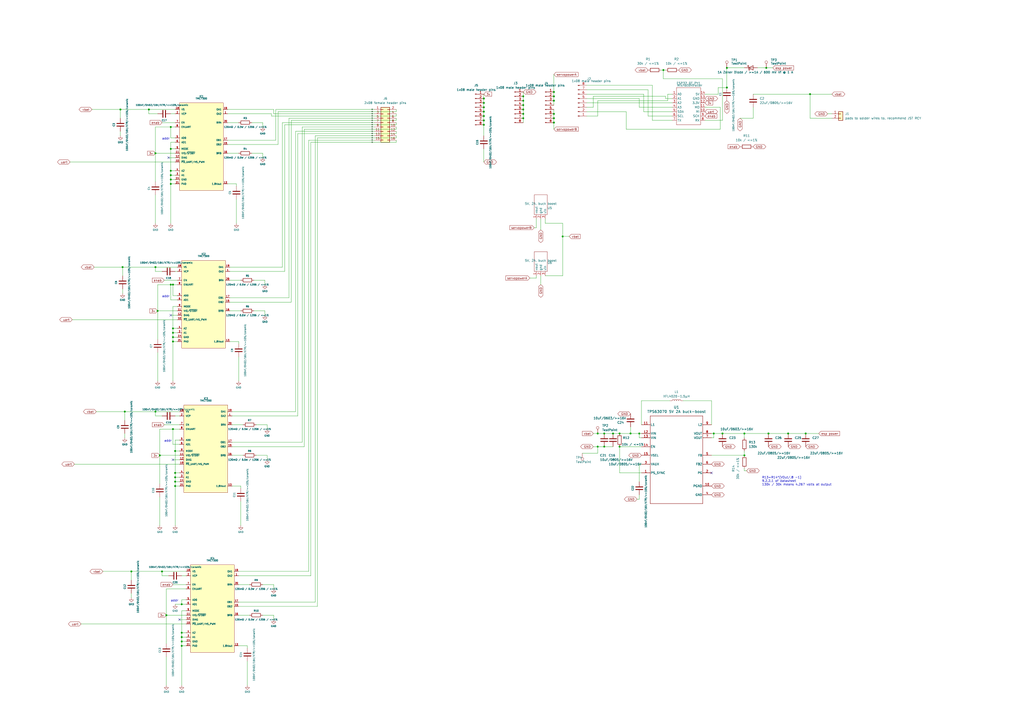
<source format=kicad_sch>
(kicad_sch (version 20230121) (generator eeschema)
  (paper "A2")
  (title_block (title "RCM Byte") (rev "2.1") (company "joshua-8"))
  (junction (at 105.41 369.57))
  (junction (at 90.17 238.76))
  (junction (at 365.76 251.46))
  (junction (at 100.33 165.1))
  (junction (at 303.53 58.42))
  (junction (at 469.9 54.61))
  (junction (at 431.8 251.46))
  (junction (at 100.33 198.12))
  (junction (at 321.31 71.12))
  (junction (at 303.53 60.96))
  (junction (at 321.31 55.88))
  (junction (at 105.41 374.65))
  (junction (at 280.67 67.31))
  (junction (at 321.31 68.58))
  (junction (at 303.53 55.88))
  (junction (at 93.98 331.47))
  (junction (at 326.39 137.16))
  (junction (at 91.44 180.34))
  (junction (at 99.06 99.06))
  (junction (at 355.6 251.46))
  (junction (at 99.06 86.36))
  (junction (at 99.06 106.68))
  (junction (at 90.17 88.9))
  (junction (at 457.2 251.46))
  (junction (at 101.6 276.86))
  (junction (at 99.06 101.6))
  (junction (at 384.81 40.64))
  (junction (at 421.64 50.8))
  (junction (at 346.71 251.46))
  (junction (at 467.36 251.46))
  (junction (at 101.6 281.94))
  (junction (at 321.31 53.34))
  (junction (at 414.02 251.46))
  (junction (at 370.84 251.46))
  (junction (at 99.06 104.14))
  (junction (at 99.06 165.1))
  (junction (at 303.53 68.58))
  (junction (at 419.1 251.46))
  (junction (at 321.31 58.42))
  (junction (at 321.31 66.04))
  (junction (at 303.53 66.04))
  (junction (at 71.12 154.94))
  (junction (at 350.52 259.08))
  (junction (at 101.6 274.32))
  (junction (at 350.52 251.46))
  (junction (at 101.6 261.62))
  (junction (at 421.64 39.37))
  (junction (at 76.2 331.47))
  (junction (at 100.33 248.92))
  (junction (at 280.67 64.77))
  (junction (at 431.8 264.16))
  (junction (at 445.77 251.46))
  (junction (at 105.41 372.11))
  (junction (at 100.33 195.58))
  (junction (at 100.33 193.04))
  (junction (at 105.41 367.03))
  (junction (at 280.67 57.15))
  (junction (at 90.17 154.94))
  (junction (at 100.33 190.5))
  (junction (at 105.41 350.52))
  (junction (at 99.06 73.66))
  (junction (at 359.41 259.08))
  (junction (at 86.36 63.5))
  (junction (at 280.67 72.39))
  (junction (at 72.39 238.76))
  (junction (at 346.71 259.08))
  (junction (at 96.52 356.87))
  (junction (at 280.67 59.69))
  (junction (at 101.6 279.4))
  (junction (at 280.67 62.23))
  (junction (at 303.53 63.5))
  (junction (at 359.41 251.46))
  (junction (at 69.85 63.5))
  (junction (at 444.5 39.37))
  (junction (at 92.71 264.16))
  (junction (at 280.67 69.85))
  (no_connect (at 97.79 91.44))
  (no_connect (at 100.33 266.7))
  (no_connect (at 412.75 274.32))
  (no_connect (at 104.14 359.41))
  (no_connect (at 99.06 182.88))
  (wire (pts (xy 138.43 349.25) (xy 182.88 349.25)))
  (wire (pts (xy 101.6 350.52) (xy 105.41 350.52)))
  (wire (pts (xy 102.87 165.1) (xy 100.33 165.1)))
  (wire (pts (xy 46.99 361.95) (xy 107.95 361.95)))
  (wire (pts (xy 55.88 238.76) (xy 72.39 238.76)))
  (wire (pts (xy 146.05 71.12) (xy 152.4 71.12)))
  (wire (pts (xy 340.36 54.61) (xy 373.38 54.61)))
  (wire (pts (xy 431.8 39.37) (xy 421.64 39.37)))
  (wire (pts (xy 344.17 62.23) (xy 344.17 55.88)))
  (wire (pts (xy 105.41 347.98) (xy 105.41 350.52)))
  (wire (pts (xy 167.64 68.58) (xy 167.64 172.72)))
  (wire (pts (xy 344.17 251.46) (xy 346.71 251.46)))
  (wire (pts (xy 93.98 157.48) (xy 90.17 157.48)))
  (wire (pts (xy 104.14 281.94) (xy 101.6 281.94)))
  (wire (pts (xy 378.46 49.53) (xy 340.36 49.53)))
  (wire (pts (xy 99.06 86.36) (xy 99.06 99.06)))
  (wire (pts (xy 180.34 82.55) (xy 180.34 334.01)))
  (wire (pts (xy 412.75 251.46) (xy 414.02 251.46)))
  (wire (pts (xy 184.15 80.01) (xy 229.87 80.01)))
  (wire (pts (xy 148.59 264.16) (xy 154.94 264.16)))
  (wire (pts (xy 92.71 288.29) (xy 92.71 304.8)))
  (wire (pts (xy 90.17 154.94) (xy 102.87 154.94)))
  (wire (pts (xy 316.23 129.54) (xy 316.23 127)))
  (wire (pts (xy 157.48 66.04) (xy 157.48 67.31)))
  (wire (pts (xy 101.6 80.01) (xy 99.06 80.01)))
  (wire (pts (xy 229.87 74.93) (xy 176.53 74.93)))
  (wire (pts (xy 101.6 281.94) (xy 101.6 304.8)))
  (wire (pts (xy 389.89 69.85) (xy 378.46 69.85)))
  (wire (pts (xy 139.7 180.34) (xy 133.35 180.34)))
  (wire (pts (xy 144.78 356.87) (xy 138.43 356.87)))
  (wire (pts (xy 147.32 180.34) (xy 153.67 180.34)))
  (wire (pts (xy 99.06 66.04) (xy 101.6 66.04)))
  (wire (pts (xy 303.53 66.04) (xy 303.53 68.58)))
  (wire (pts (xy 408.94 62.23) (xy 417.83 62.23)))
  (wire (pts (xy 346.71 259.08) (xy 350.52 259.08)))
  (wire (pts (xy 132.08 66.04) (xy 157.48 66.04)))
  (wire (pts (xy 176.53 74.93) (xy 176.53 259.08)))
  (wire (pts (xy 363.22 64.77) (xy 340.36 64.77)))
  (wire (pts (xy 133.35 154.94) (xy 163.83 154.94)))
  (wire (pts (xy 107.95 367.03) (xy 105.41 367.03)))
  (wire (pts (xy 383.54 40.64) (xy 384.81 40.64)))
  (wire (pts (xy 143.51 375.92) (xy 143.51 374.65)))
  (wire (pts (xy 321.31 66.04) (xy 321.31 68.58)))
  (wire (pts (xy 101.6 261.62) (xy 101.6 274.32)))
  (wire (pts (xy 102.87 195.58) (xy 100.33 195.58)))
  (wire (pts (xy 102.87 190.5) (xy 100.33 190.5)))
  (wire (pts (xy 138.43 351.79) (xy 184.15 351.79)))
  (wire (pts (xy 90.17 113.03) (xy 90.17 129.54)))
  (wire (pts (xy 388.62 232.41) (xy 372.11 232.41)))
  (wire (pts (xy 469.9 54.61) (xy 482.6 54.61)))
  (wire (pts (xy 179.07 81.28) (xy 179.07 331.47)))
  (wire (pts (xy 92.71 248.92) (xy 100.33 248.92)))
  (wire (pts (xy 104.14 276.86) (xy 101.6 276.86)))
  (wire (pts (xy 99.06 101.6) (xy 99.06 104.14)))
  (wire (pts (xy 303.53 58.42) (xy 303.53 60.96)))
  (wire (pts (xy 303.53 55.88) (xy 303.53 58.42)))
  (wire (pts (xy 137.16 107.95) (xy 137.16 106.68)))
  (wire (pts (xy 482.6 68.58) (xy 469.9 68.58)))
  (wire (pts (xy 101.6 255.27) (xy 101.6 261.62)))
  (wire (pts (xy 69.85 68.58) (xy 69.85 63.5)))
  (wire (pts (xy 134.62 241.3) (xy 172.72 241.3)))
  (wire (pts (xy 431.8 273.05) (xy 431.8 271.78)))
  (wire (pts (xy 144.78 339.09) (xy 138.43 339.09)))
  (wire (pts (xy 91.44 196.85) (xy 91.44 180.34)))
  (wire (pts (xy 96.52 381) (xy 96.52 397.51)))
  (wire (pts (xy 137.16 106.68) (xy 132.08 106.68)))
  (wire (pts (xy 365.76 251.46) (xy 370.84 251.46)))
  (wire (pts (xy 412.75 254) (xy 414.02 254)))
  (wire (pts (xy 280.67 59.69) (xy 280.67 62.23)))
  (wire (pts (xy 90.17 73.66) (xy 99.06 73.66)))
  (wire (pts (xy 416.56 54.61) (xy 416.56 50.8)))
  (wire (pts (xy 370.84 62.23) (xy 370.84 57.15)))
  (wire (pts (xy 160.02 63.5) (xy 160.02 81.28)))
  (wire (pts (xy 229.87 64.77) (xy 229.87 63.5)))
  (wire (pts (xy 384.81 45.72) (xy 384.81 40.64)))
  (wire (pts (xy 97.79 334.01) (xy 93.98 334.01)))
  (wire (pts (xy 344.17 259.08) (xy 346.71 259.08)))
  (wire (pts (xy 389.89 64.77) (xy 373.38 64.77)))
  (wire (pts (xy 171.45 76.2) (xy 217.17 76.2)))
  (wire (pts (xy 140.97 246.38) (xy 134.62 246.38)))
  (wire (pts (xy 139.7 281.94) (xy 134.62 281.94)))
  (wire (pts (xy 280.67 72.39) (xy 280.67 78.74)))
  (wire (pts (xy 229.87 77.47) (xy 229.87 76.2)))
  (wire (pts (xy 384.81 45.72) (xy 419.1 45.72)))
  (wire (pts (xy 431.8 251.46) (xy 445.77 251.46)))
  (wire (pts (xy 100.33 257.81) (xy 100.33 248.92)))
  (wire (pts (xy 375.92 67.31) (xy 375.92 52.07)))
  (wire (pts (xy 72.39 238.76) (xy 90.17 238.76)))
  (wire (pts (xy 372.11 232.41) (xy 372.11 246.38)))
  (wire (pts (xy 100.33 190.5) (xy 100.33 193.04)))
  (wire (pts (xy 330.2 137.16) (xy 326.39 137.16)))
  (wire (pts (xy 168.91 69.85) (xy 229.87 69.85)))
  (wire (pts (xy 138.43 331.47) (xy 179.07 331.47)))
  (wire (pts (xy 439.42 39.37) (xy 444.5 39.37)))
  (wire (pts (xy 165.1 72.39) (xy 165.1 157.48)))
  (wire (pts (xy 72.39 243.84) (xy 72.39 238.76)))
  (wire (pts (xy 163.83 71.12) (xy 217.17 71.12)))
  (wire (pts (xy 337.82 262.89) (xy 346.71 262.89)))
  (wire (pts (xy 158.75 339.09) (xy 158.75 341.63)))
  (wire (pts (xy 100.33 266.7) (xy 104.14 266.7)))
  (wire (pts (xy 321.31 58.42) (xy 321.31 60.96)))
  (wire (pts (xy 158.75 63.5) (xy 158.75 66.04)))
  (wire (pts (xy 161.29 64.77) (xy 161.29 83.82)))
  (wire (pts (xy 134.62 256.54) (xy 175.26 256.54)))
  (wire (pts (xy 105.41 350.52) (xy 107.95 350.52)))
  (wire (pts (xy 280.67 64.77) (xy 280.67 67.31)))
  (wire (pts (xy 101.6 82.55) (xy 99.06 82.55)))
  (wire (pts (xy 217.17 78.74) (xy 182.88 78.74)))
  (wire (pts (xy 321.31 68.58) (xy 321.31 71.12)))
  (wire (pts (xy 457.2 251.46) (xy 467.36 251.46)))
  (wire (pts (xy 436.88 54.61) (xy 469.9 54.61)))
  (wire (pts (xy 414.02 251.46) (xy 419.1 251.46)))
  (wire (pts (xy 91.44 204.47) (xy 91.44 220.98)))
  (wire (pts (xy 419.1 251.46) (xy 431.8 251.46)))
  (wire (pts (xy 101.6 279.4) (xy 101.6 281.94)))
  (wire (pts (xy 154.94 264.16) (xy 154.94 266.7)))
  (wire (pts (xy 92.71 280.67) (xy 92.71 264.16)))
  (wire (pts (xy 416.56 50.8) (xy 421.64 50.8)))
  (wire (pts (xy 101.6 276.86) (xy 101.6 279.4)))
  (wire (pts (xy 104.14 279.4) (xy 101.6 279.4)))
  (wire (pts (xy 154.94 246.38) (xy 154.94 248.92)))
  (wire (pts (xy 107.95 339.09) (xy 100.33 339.09)))
  (wire (pts (xy 386.08 57.15) (xy 386.08 55.88)))
  (wire (pts (xy 179.07 81.28) (xy 217.17 81.28)))
  (wire (pts (xy 346.71 262.89) (xy 346.71 259.08)))
  (wire (pts (xy 363.22 74.93) (xy 417.83 74.93)))
  (wire (pts (xy 138.43 207.01) (xy 138.43 220.98)))
  (wire (pts (xy 132.08 81.28) (xy 160.02 81.28)))
  (wire (pts (xy 104.14 264.16) (xy 92.71 264.16)))
  (wire (pts (xy 100.33 165.1) (xy 100.33 171.45)))
  (wire (pts (xy 160.02 63.5) (xy 217.17 63.5)))
  (wire (pts (xy 99.06 99.06) (xy 99.06 101.6)))
  (wire (pts (xy 96.52 373.38) (xy 96.52 356.87)))
  (wire (pts (xy 229.87 69.85) (xy 229.87 68.58)))
  (wire (pts (xy 69.85 78.74) (xy 69.85 76.2)))
  (wire (pts (xy 102.87 193.04) (xy 100.33 193.04)))
  (wire (pts (xy 100.33 257.81) (xy 104.14 257.81)))
  (wire (pts (xy 431.8 273.05) (xy 433.07 273.05)))
  (wire (pts (xy 138.43 71.12) (xy 132.08 71.12)))
  (wire (pts (xy 101.6 99.06) (xy 99.06 99.06)))
  (wire (pts (xy 90.17 157.48) (xy 90.17 154.94)))
  (wire (pts (xy 147.32 162.56) (xy 153.67 162.56)))
  (wire (pts (xy 101.6 101.6) (xy 99.06 101.6)))
  (wire (pts (xy 105.41 374.65) (xy 105.41 397.51)))
  (wire (pts (xy 419.1 45.72) (xy 419.1 69.85)))
  (wire (pts (xy 158.75 66.04) (xy 217.17 66.04)))
  (wire (pts (xy 303.53 63.5) (xy 303.53 66.04)))
  (wire (pts (xy 280.67 54.61) (xy 280.67 57.15)))
  (wire (pts (xy 229.87 80.01) (xy 229.87 78.74)))
  (wire (pts (xy 326.39 129.54) (xy 326.39 137.16)))
  (wire (pts (xy 408.94 54.61) (xy 416.56 54.61)))
  (wire (pts (xy 408.94 69.85) (xy 419.1 69.85)))
  (wire (pts (xy 107.95 347.98) (xy 105.41 347.98)))
  (wire (pts (xy 99.06 173.99) (xy 102.87 173.99)))
  (wire (pts (xy 171.45 76.2) (xy 171.45 238.76)))
  (wire (pts (xy 316.23 129.54) (xy 326.39 129.54)))
  (wire (pts (xy 99.06 104.14) (xy 99.06 106.68)))
  (wire (pts (xy 104.14 261.62) (xy 101.6 261.62)))
  (wire (pts (xy 363.22 64.77) (xy 363.22 74.93)))
  (wire (pts (xy 280.67 86.36) (xy 280.67 93.98)))
  (wire (pts (xy 76.2 346.71) (xy 76.2 344.17)))
  (wire (pts (xy 313.69 165.1) (xy 313.69 160.02)))
  (wire (pts (xy 140.97 264.16) (xy 134.62 264.16)))
  (wire (pts (xy 340.36 52.07) (xy 375.92 52.07)))
  (wire (pts (xy 104.14 359.41) (xy 107.95 359.41)))
  (wire (pts (xy 102.87 177.8) (xy 100.33 177.8)))
  (wire (pts (xy 431.8 261.62) (xy 431.8 264.16)))
  (wire (pts (xy 132.08 83.82) (xy 161.29 83.82)))
  (wire (pts (xy 91.44 66.04) (xy 86.36 66.04)))
  (wire (pts (xy 138.43 88.9) (xy 132.08 88.9)))
  (wire (pts (xy 139.7 283.21) (xy 139.7 281.94)))
  (wire (pts (xy 372.11 269.24) (xy 370.84 269.24)))
  (wire (pts (xy 43.18 269.24) (xy 104.14 269.24)))
  (wire (pts (xy 101.6 106.68) (xy 99.06 106.68)))
  (wire (pts (xy 53.34 63.5) (xy 69.85 63.5)))
  (wire (pts (xy 340.36 59.69) (xy 389.89 59.69)))
  (wire (pts (xy 107.95 356.87) (xy 96.52 356.87)))
  (wire (pts (xy 359.41 251.46) (xy 365.76 251.46)))
  (wire (pts (xy 307.34 161.29) (xy 311.15 161.29)))
  (wire (pts (xy 59.69 331.47) (xy 76.2 331.47)))
  (wire (pts (xy 182.88 78.74) (xy 182.88 349.25)))
  (wire (pts (xy 91.44 165.1) (xy 91.44 180.34)))
  (wire (pts (xy 340.36 57.15) (xy 370.84 57.15)))
  (wire (pts (xy 101.6 241.3) (xy 104.14 241.3)))
  (wire (pts (xy 90.17 105.41) (xy 90.17 88.9)))
  (wire (pts (xy 370.84 251.46) (xy 372.11 251.46)))
  (wire (pts (xy 101.6 274.32) (xy 101.6 276.86)))
  (wire (pts (xy 444.5 39.37) (xy 448.31 39.37)))
  (wire (pts (xy 163.83 71.12) (xy 163.83 154.94)))
  (wire (pts (xy 105.41 354.33) (xy 105.41 367.03)))
  (wire (pts (xy 104.14 274.32) (xy 101.6 274.32)))
  (wire (pts (xy 101.6 88.9) (xy 90.17 88.9)))
  (wire (pts (xy 370.84 251.46) (xy 370.84 254)))
  (wire (pts (xy 153.67 162.56) (xy 153.67 165.1)))
  (wire (pts (xy 99.06 165.1) (xy 99.06 173.99)))
  (wire (pts (xy 104.14 255.27) (xy 101.6 255.27)))
  (wire (pts (xy 469.9 68.58) (xy 469.9 54.61)))
  (wire (pts (xy 280.67 62.23) (xy 280.67 64.77)))
  (wire (pts (xy 102.87 180.34) (xy 91.44 180.34)))
  (wire (pts (xy 99.06 182.88) (xy 102.87 182.88)))
  (wire (pts (xy 100.33 195.58) (xy 100.33 198.12)))
  (wire (pts (xy 152.4 339.09) (xy 158.75 339.09)))
  (wire (pts (xy 133.35 172.72) (xy 167.64 172.72)))
  (wire (pts (xy 148.59 246.38) (xy 154.94 246.38)))
  (wire (pts (xy 152.4 356.87) (xy 158.75 356.87)))
  (wire (pts (xy 101.6 157.48) (xy 102.87 157.48)))
  (wire (pts (xy 133.35 157.48) (xy 165.1 157.48)))
  (wire (pts (xy 153.67 180.34) (xy 153.67 182.88)))
  (wire (pts (xy 346.71 251.46) (xy 350.52 251.46)))
  (wire (pts (xy 76.2 331.47) (xy 93.98 331.47)))
  (wire (pts (xy 229.87 82.55) (xy 229.87 81.28)))
  (wire (pts (xy 467.36 251.46) (xy 474.98 251.46)))
  (wire (pts (xy 370.84 269.24) (xy 370.84 279.4)))
  (wire (pts (xy 101.6 104.14) (xy 99.06 104.14)))
  (wire (pts (xy 372.11 259.08) (xy 359.41 259.08)))
  (wire (pts (xy 417.83 62.23) (xy 417.83 74.93)))
  (wire (pts (xy 370.84 289.56) (xy 370.84 287.02)))
  (wire (pts (xy 93.98 241.3) (xy 90.17 241.3)))
  (wire (pts (xy 412.75 232.41) (xy 396.24 232.41)))
  (wire (pts (xy 102.87 198.12) (xy 100.33 198.12)))
  (wire (pts (xy 326.39 160.02) (xy 316.23 160.02)))
  (wire (pts (xy 480.06 66.04) (xy 482.6 66.04)))
  (wire (pts (xy 71.12 170.18) (xy 71.12 167.64)))
  (wire (pts (xy 340.36 62.23) (xy 344.17 62.23)))
  (wire (pts (xy 346.71 58.42) (xy 387.35 58.42)))
  (wire (pts (xy 104.14 246.38) (xy 95.25 246.38)))
  (wire (pts (xy 54.61 154.94) (xy 71.12 154.94)))
  (wire (pts (xy 445.77 251.46) (xy 457.2 251.46)))
  (wire (pts (xy 152.4 88.9) (xy 152.4 91.44)))
  (wire (pts (xy 107.95 354.33) (xy 105.41 354.33)))
  (wire (pts (xy 138.43 334.01) (xy 180.34 334.01)))
  (wire (pts (xy 229.87 67.31) (xy 229.87 66.04)))
  (wire (pts (xy 412.75 246.38) (xy 412.75 232.41)))
  (wire (pts (xy 100.33 248.92) (xy 104.14 248.92)))
  (wire (pts (xy 41.91 185.42) (xy 102.87 185.42)))
  (wire (pts (xy 96.52 341.63) (xy 96.52 356.87)))
  (wire (pts (xy 91.44 165.1) (xy 99.06 165.1)))
  (wire (pts (xy 101.6 86.36) (xy 99.06 86.36)))
  (wire (pts (xy 90.17 73.66) (xy 90.17 88.9)))
  (wire (pts (xy 132.08 63.5) (xy 158.75 63.5)))
  (wire (pts (xy 431.8 251.46) (xy 431.8 254)))
  (wire (pts (xy 90.17 241.3) (xy 90.17 238.76)))
  (wire (pts (xy 86.36 66.04) (xy 86.36 63.5)))
  (wire (pts (xy 350.52 259.08) (xy 355.6 259.08)))
  (wire (pts (xy 321.31 55.88) (xy 321.31 58.42)))
  (wire (pts (xy 321.31 63.5) (xy 321.31 66.04)))
  (wire (pts (xy 311.15 132.08) (xy 311.15 127)))
  (wire (pts (xy 102.87 162.56) (xy 95.25 162.56)))
  (wire (pts (xy 158.75 356.87) (xy 158.75 359.41)))
  (wire (pts (xy 107.95 369.57) (xy 105.41 369.57)))
  (wire (pts (xy 280.67 69.85) (xy 280.67 72.39)))
  (wire (pts (xy 107.95 374.65) (xy 105.41 374.65)))
  (wire (pts (xy 414.02 254) (xy 414.02 251.46)))
  (wire (pts (xy 303.53 53.34) (xy 303.53 55.88)))
  (wire (pts (xy 92.71 248.92) (xy 92.71 264.16)))
  (wire (pts (xy 386.08 57.15) (xy 389.89 57.15)))
  (wire (pts (xy 71.12 160.02) (xy 71.12 154.94)))
  (wire (pts (xy 326.39 137.16) (xy 326.39 160.02)))
  (wire (pts (xy 165.1 72.39) (xy 229.87 72.39)))
  (wire (pts (xy 86.36 63.5) (xy 101.6 63.5)))
  (wire (pts (xy 172.72 77.47) (xy 229.87 77.47)))
  (wire (pts (xy 313.69 133.35) (xy 313.69 127)))
  (wire (pts (xy 157.48 67.31) (xy 229.87 67.31)))
  (wire (pts (xy 175.26 73.66) (xy 175.26 256.54)))
  (wire (pts (xy 346.71 58.42) (xy 346.71 67.31)))
  (wire (pts (xy 72.39 254) (xy 72.39 251.46)))
  (wire (pts (xy 217.17 68.58) (xy 167.64 68.58)))
  (wire (pts (xy 100.33 193.04) (xy 100.33 195.58)))
  (wire (pts (xy 373.38 64.77) (xy 373.38 54.61)))
  (wire (pts (xy 372.11 274.32) (xy 359.41 274.32)))
  (wire (pts (xy 421.64 39.37) (xy 421.64 50.8)))
  (wire (pts (xy 93.98 334.01) (xy 93.98 331.47)))
  (wire (pts (xy 99.06 106.68) (xy 99.06 129.54)))
  (wire (pts (xy 365.76 247.65) (xy 365.76 251.46)))
  (wire (pts (xy 168.91 69.85) (xy 168.91 175.26)))
  (wire (pts (xy 134.62 238.76) (xy 171.45 238.76)))
  (wire (pts (xy 93.98 331.47) (xy 107.95 331.47)))
  (wire (pts (xy 161.29 64.77) (xy 229.87 64.77)))
  (wire (pts (xy 429.26 68.58) (xy 436.88 68.58)))
  (wire (pts (xy 321.31 53.34) (xy 321.31 55.88)))
  (wire (pts (xy 71.12 154.94) (xy 90.17 154.94)))
  (wire (pts (xy 346.71 67.31) (xy 340.36 67.31)))
  (wire (pts (xy 180.34 82.55) (xy 229.87 82.55)))
  (wire (pts (xy 378.46 69.85) (xy 378.46 49.53)))
  (wire (pts (xy 359.41 274.32) (xy 359.41 259.08)))
  (wire (pts (xy 172.72 77.47) (xy 172.72 241.3)))
  (wire (pts (xy 99.06 82.55) (xy 99.06 86.36)))
  (wire (pts (xy 40.64 93.98) (xy 101.6 93.98)))
  (wire (pts (xy 105.41 369.57) (xy 105.41 372.11)))
  (wire (pts (xy 138.43 198.12) (xy 133.35 198.12)))
  (wire (pts (xy 101.6 71.12) (xy 93.98 71.12)))
  (wire (pts (xy 146.05 88.9) (xy 152.4 88.9)))
  (wire (pts (xy 134.62 259.08) (xy 176.53 259.08)))
  (wire (pts (xy 303.53 68.58) (xy 303.53 71.12)))
  (wire (pts (xy 280.67 57.15) (xy 280.67 59.69)))
  (wire (pts (xy 344.17 55.88) (xy 386.08 55.88)))
  (wire (pts (xy 143.51 383.54) (xy 143.51 397.51)))
  (wire (pts (xy 138.43 199.39) (xy 138.43 198.12)))
  (wire (pts (xy 102.87 171.45) (xy 100.33 171.45)))
  (wire (pts (xy 76.2 336.55) (xy 76.2 331.47)))
  (wire (pts (xy 229.87 72.39) (xy 229.87 71.12)))
  (wire (pts (xy 100.33 198.12) (xy 100.33 220.98)))
  (wire (pts (xy 99.06 73.66) (xy 99.06 80.01)))
  (wire (pts (xy 321.31 43.18) (xy 321.31 53.34)))
  (wire (pts (xy 139.7 162.56) (xy 133.35 162.56)))
  (wire (pts (xy 133.35 175.26) (xy 168.91 175.26)))
  (wire (pts (xy 372.11 254) (xy 370.84 254)))
  (wire (pts (xy 229.87 74.93) (xy 229.87 73.66)))
  (wire (pts (xy 311.15 161.29) (xy 311.15 160.02)))
  (wire (pts (xy 387.35 54.61) (xy 387.35 58.42)))
  (wire (pts (xy 99.06 73.66) (xy 101.6 73.66)))
  (wire (pts (xy 96.52 341.63) (xy 107.95 341.63)))
  (wire (pts (xy 100.33 177.8) (xy 100.33 190.5)))
  (wire (pts (xy 105.41 334.01) (xy 107.95 334.01)))
  (wire (pts (xy 99.06 165.1) (xy 100.33 165.1)))
  (wire (pts (xy 350.52 251.46) (xy 355.6 251.46)))
  (wire (pts (xy 107.95 372.11) (xy 105.41 372.11)))
  (wire (pts (xy 389.89 67.31) (xy 375.92 67.31)))
  (wire (pts (xy 355.6 251.46) (xy 359.41 251.46)))
  (wire (pts (xy 105.41 372.11) (xy 105.41 374.65)))
  (wire (pts (xy 389.89 62.23) (xy 370.84 62.23)))
  (wire (pts (xy 384.81 40.64) (xy 386.08 40.64)))
  (wire (pts (xy 303.53 60.96) (xy 303.53 63.5)))
  (wire (pts (xy 184.15 80.01) (xy 184.15 351.79)))
  (wire (pts (xy 152.4 71.12) (xy 152.4 73.66)))
  (wire (pts (xy 309.88 132.08) (xy 311.15 132.08)))
  (wire (pts (xy 139.7 290.83) (xy 139.7 304.8)))
  (wire (pts (xy 90.17 238.76) (xy 104.14 238.76)))
  (wire (pts (xy 436.88 62.23) (xy 436.88 68.58)))
  (wire (pts (xy 387.35 54.61) (xy 389.89 54.61)))
  (wire (pts (xy 97.79 91.44) (xy 101.6 91.44)))
  (wire (pts (xy 105.41 367.03) (xy 105.41 369.57)))
  (wire (pts (xy 69.85 63.5) (xy 86.36 63.5)))
  (wire (pts (xy 321.31 71.12) (xy 321.31 74.93)))
  (wire (pts (xy 137.16 115.57) (xy 137.16 129.54)))
  (wire (pts (xy 369.57 289.56) (xy 370.84 289.56)))
  (wire (pts (xy 143.51 374.65) (xy 138.43 374.65)))
  (wire (pts (xy 412.75 264.16) (xy 431.8 264.16)))
  (wire (pts (xy 217.17 73.66) (xy 175.26 73.66)))
  (wire (pts (xy 280.67 67.31) (xy 280.67 69.85)))
  (text "addr\n" (at 93.98 81.28 0) (effects (font (size 1.27 1.27)) (justify left bottom)))
  (text "R13=R14*(VOut/.8 -1)\n9.2.2.1 of datasheet\n130k / 30k means 4.267 volts at output" (at 441.96 281.94 0) (effects (font (size 1.27 1.27)) (justify left bottom)))
  (text "addr\n" (at 95.25 256.54 0) (effects (font (size 1.27 1.27)) (justify left bottom)))
  (text "addr\n" (at 93.98 172.72 0) (effects (font (size 1.27 1.27)) (justify left bottom)))
  (text "addr\n" (at 99.06 349.25 0) (effects (font (size 1.27 1.27)) (justify left bottom)))
  (global_label "servopowerA" (shape input) (at 307.34 161.29 180) (property "Intersheetrefs" "${INTERSHEET_REFS}" (effects hide)))
  (global_label "GND" (shape bidirectional) (at 313.69 165.1 270) (property "Intersheetrefs" "${INTERSHEET_REFS}" (effects hide)))
  (global_label "GND" (shape bidirectional) (at 344.17 259.08 180) (property "Intersheetrefs" "${INTERSHEET_REFS}" (effects hide)))
  (global_label "GND" (shape bidirectional) (at 412.75 281.94 0) (property "Intersheetrefs" "${INTERSHEET_REFS}" (effects hide)))
  (global_label "3v" (shape input) (at 90.17 88.9 180) (property "Intersheetrefs" "${INTERSHEET_REFS}" (effects hide)))
  (global_label "enab" (shape input) (at 95.25 162.56 180) (property "Intersheetrefs" "${INTERSHEET_REFS}" (effects hide)))
  (global_label "servopowerA" (shape input) (at 321.31 43.18 0) (property "Intersheetrefs" "${INTERSHEET_REFS}" (effects hide)))
  (global_label "servopowerB" (shape input) (at 321.31 74.93 0) (property "Intersheetrefs" "${INTERSHEET_REFS}" (effects hide)))
  (global_label "GND" (shape bidirectional) (at 303.53 53.34 0) (property "Intersheetrefs" "${INTERSHEET_REFS}" (effects hide)))
  (global_label "GND" (shape bidirectional) (at 412.75 269.24 0) (property "Intersheetrefs" "${INTERSHEET_REFS}" (effects hide)))
  (global_label "uart" (shape bidirectional) (at 40.64 93.98 180) (property "Intersheetrefs" "${INTERSHEET_REFS}" (effects hide)))
  (global_label "GND" (shape bidirectional) (at 421.64 58.42 270) (property "Intersheetrefs" "${INTERSHEET_REFS}" (effects hide)))
  (global_label "enab" (shape input) (at 429.26 85.09 180) (property "Intersheetrefs" "${INTERSHEET_REFS}" (effects hide)))
  (global_label "vbat" (shape input) (at 344.17 251.46 180) (property "Intersheetrefs" "${INTERSHEET_REFS}" (effects hide)))
  (global_label "GND" (shape bidirectional) (at 467.36 259.08 0) (property "Intersheetrefs" "${INTERSHEET_REFS}" (effects hide)))
  (global_label "GND" (shape bidirectional) (at 436.88 85.09 0) (property "Intersheetrefs" "${INTERSHEET_REFS}" (effects hide)))
  (global_label "3v" (shape input) (at 280.67 54.61 0) (property "Intersheetrefs" "${INTERSHEET_REFS}" (effects hide)))
  (global_label "GND" (shape bidirectional) (at 369.57 289.56 180) (property "Intersheetrefs" "${INTERSHEET_REFS}" (effects hide)))
  (global_label "enab" (shape input) (at 100.33 339.09 180) (property "Intersheetrefs" "${INTERSHEET_REFS}" (effects hide)))
  (global_label "vbat" (shape bidirectional) (at 54.61 154.94 180) (property "Intersheetrefs" "${INTERSHEET_REFS}" (effects hide)))
  (global_label "vbat" (shape input) (at 330.2 137.16 0) (property "Intersheetrefs" "${INTERSHEET_REFS}" (effects hide)))
  (global_label "vbat" (shape bidirectional) (at 375.92 40.64 180) (property "Intersheetrefs" "${INTERSHEET_REFS}" (effects hide)))
  (global_label "esp power" (shape input) (at 448.31 39.37 0) (property "Intersheetrefs" "${INTERSHEET_REFS}" (effects hide)))
  (global_label "esp power" (shape input) (at 474.98 251.46 0) (property "Intersheetrefs" "${INTERSHEET_REFS}" (effects hide)))
  (global_label "GND" (shape bidirectional) (at 365.76 240.03 180) (property "Intersheetrefs" "${INTERSHEET_REFS}" (effects hide)))
  (global_label "vbat" (shape bidirectional) (at 59.69 331.47 180) (property "Intersheetrefs" "${INTERSHEET_REFS}" (effects hide)))
  (global_label "GND" (shape bidirectional) (at 412.75 287.02 0) (property "Intersheetrefs" "${INTERSHEET_REFS}" (effects hide)))
  (global_label "vbat" (shape bidirectional) (at 55.88 238.76 180) (property "Intersheetrefs" "${INTERSHEET_REFS}" (effects hide)))
  (global_label "enab" (shape input) (at 408.94 67.31 0) (property "Intersheetrefs" "${INTERSHEET_REFS}" (effects hide)))
  (global_label "GND" (shape bidirectional) (at 419.1 259.08 0) (property "Intersheetrefs" "${INTERSHEET_REFS}" (effects hide)))
  (global_label "vbat" (shape bidirectional) (at 482.6 54.61 0) (property "Intersheetrefs" "${INTERSHEET_REFS}" (effects hide)))
  (global_label "3v" (shape input) (at 92.71 264.16 180) (property "Intersheetrefs" "${INTERSHEET_REFS}" (effects hide)))
  (global_label "GND" (shape bidirectional) (at 457.2 259.08 0) (property "Intersheetrefs" "${INTERSHEET_REFS}" (effects hide)))
  (global_label "GND" (shape bidirectional) (at 393.7 40.64 0) (property "Intersheetrefs" "${INTERSHEET_REFS}" (effects hide)))
  (global_label "uart" (shape bidirectional) (at 46.99 361.95 180) (property "Intersheetrefs" "${INTERSHEET_REFS}" (effects hide)))
  (global_label "GND" (shape bidirectional) (at 480.06 66.04 180) (property "Intersheetrefs" "${INTERSHEET_REFS}" (effects hide)))
  (global_label "GND" (shape bidirectional) (at 445.77 259.08 0) (property "Intersheetrefs" "${INTERSHEET_REFS}" (effects hide)))
  (global_label "3v" (shape input) (at 91.44 180.34 180) (property "Intersheetrefs" "${INTERSHEET_REFS}" (effects hide)))
  (global_label "uart" (shape bidirectional) (at 408.94 64.77 0) (property "Intersheetrefs" "${INTERSHEET_REFS}" (effects hide)))
  (global_label "GND" (shape bidirectional) (at 313.69 133.35 270) (property "Intersheetrefs" "${INTERSHEET_REFS}" (effects hide)))
  (global_label "GND" (shape bidirectional) (at 429.26 68.58 270) (property "Intersheetrefs" "${INTERSHEET_REFS}" (effects hide)))
  (global_label "GND" (shape bidirectional) (at 372.11 264.16 180) (property "Intersheetrefs" "${INTERSHEET_REFS}" (effects hide)))
  (global_label "uart" (shape bidirectional) (at 41.91 185.42 180) (property "Intersheetrefs" "${INTERSHEET_REFS}" (effects hide)))
  (global_label "servopowerB" (shape input) (at 309.88 132.08 180) (property "Intersheetrefs" "${INTERSHEET_REFS}" (effects hide)))
  (global_label "vbat" (shape bidirectional) (at 53.34 63.5 180) (property "Intersheetrefs" "${INTERSHEET_REFS}" (effects hide)))
  (global_label "GND" (shape bidirectional) (at 280.67 93.98 0) (property "Intersheetrefs" "${INTERSHEET_REFS}" (effects hide)))
  (global_label "GND" (shape bidirectional) (at 433.07 273.05 0) (property "Intersheetrefs" "${INTERSHEET_REFS}" (effects hide)))
  (global_label "3v" (shape input) (at 96.52 356.87 180) (property "Intersheetrefs" "${INTERSHEET_REFS}" (effects hide)))
  (global_label "enab" (shape input) (at 93.98 71.12 180) (property "Intersheetrefs" "${INTERSHEET_REFS}" (effects hide)))
  (global_label "GND" (shape bidirectional) (at 408.94 57.15 0) (property "Intersheetrefs" "${INTERSHEET_REFS}" (effects hide)))
  (global_label "uart" (shape bidirectional) (at 43.18 269.24 180) (property "Intersheetrefs" "${INTERSHEET_REFS}" (effects hide)))
  (global_label "3v" (shape input) (at 408.94 59.69 0) (property "Intersheetrefs" "${INTERSHEET_REFS}" (effects hide)))
  (global_label "enab" (shape input) (at 95.25 246.38 180) (property "Intersheetrefs" "${INTERSHEET_REFS}" (effects hide)))
  (netclass_flag "" (length 0.1) (shape dot) (at 215.9 80.01 0) (property "Netclass" "motor out" (effects hide)))
  (netclass_flag "" (length 0.1) (shape dot) (at 215.9 77.47 0) (property "Netclass" "motor out" (effects hide)))
  (netclass_flag "" (length 0.1) (shape dot) (at 215.9 82.55 0) (property "Netclass" "motor out" (effects hide)))
  (netclass_flag "" (length 0.1) (shape dot) (at 215.9 81.28 0) (property "Netclass" "motor out" (effects hide)))
  (netclass_flag "" (length 0.1) (shape dot) (at 215.8659 71.12 0) (property "Netclass" "motor out" (effects hide)))
  (netclass_flag "" (length 0.1) (shape dot) (at 215.9 72.39 0) (property "Netclass" "motor out" (effects hide)))
  (netclass_flag "" (length 0.1) (shape dot) (at 215.9 69.85 0) (property "Netclass" "motor out" (effects hide)))
  (netclass_flag "" (length 0.1) (shape dot) (at 215.9 63.5 0) (property "Netclass" "motor out" (effects hide)))
  (netclass_flag "" (length 0.1) (shape dot) (at 215.9 68.58 0) (property "Netclass" "motor out" (effects hide)))
  (netclass_flag "" (length 0.1) (shape dot) (at 215.9 67.31 0) (property "Netclass" "motor out" (effects hide)))
  (netclass_flag "" (length 0.1) (shape dot) (at 215.9 78.74 0) (property "Netclass" "motor out" (effects hide)))
  (netclass_flag "" (length 0.1) (shape dot) (at 215.9 73.66 0) (property "Netclass" "motor out" (effects hide)))
  (netclass_flag "" (length 0.1) (shape dot) (at 215.9 76.2 0) (property "Netclass" "motor out" (effects hide)))
  (netclass_flag "" (length 0.1) (shape dot) (at 215.9 64.77 0) (property "Netclass" "motor out" (effects hide)))
  (netclass_flag "" (length 0.1) (shape dot) (at 215.9 66.04 0) (property "Netclass" "motor out" (effects hide)))
  (netclass_flag "" (length 0.1) (shape dot) (at 215.9 74.93 0) (property "Netclass" "motor out" (effects hide)))
  (symbol (lib_id "Connector:TestPoint") (at 346.71 251.46 0) (unit 1)
    (property "Reference" "TP2" (at 349.25 246.888 0) (effects (justify left)))
    (property "Value" "TestPoint" (at 349.25 249.428 0) (effects (justify left)))
    (property "Footprint" "TestPoint:TestPoint_Pad_D1.5mm" (effects hide))
    (property "mount_type" "do not place or purchase for PCB assembly" (effects hide))
    (property "mpn" "n/a" (effects hide))
    (property "Manufacturer" "n/a" (effects hide))
    (property "Package" "n/a" (effects hide))
    (property "link" "n/a" (effects hide))
    (property "digikey part #" "n/a" (effects hide))
  )
  (symbol (lib_id "Device:R") (at 143.51 180.34 270) (unit 1)
    (property "Reference" "R6" (at 143.51 177.8 90) (effects (font (size 0.9906 0.9906))))
    (property "Value" "120mΩ / 0.5W / 1206 / <=1%" (at 143.51 182.88 90) (effects (font (size 0.9906 0.9906))))
    (property "Footprint" "Resistor_SMD:R_1206_3216Metric" (effects hide))
    (property "digikey part #" "CRL1206-FW-R120ELFCT-ND" (effects hide))
    (property "Manufacturer" "Bourns Inc." (effects hide))
    (property "Package" "1206" (effects hide))
    (property "mount_type" "smt" (effects hide))
    (property "mpn" "CRL1206-FW-R120ELF" (effects hide))
    (property "link" "https://www.digikey.com/en/products/detail/bourns-inc/CRL1206-FW-R150ELF/3785721?s=N4IgTCBcDaIMICUAyBGMAGAbAWgGIHVsEUBWdAUSVxAF0BfIA" (effects hide))
  )
  (symbol (lib_id "Device:R") (at 144.78 246.38 270) (unit 1)
    (property "Reference" "R7" (at 144.78 243.84 90) (effects (font (size 0.9906 0.9906))))
    (property "Value" "120mΩ / 0.5W / 1206 / <=1%" (at 144.78 248.92 90) (effects (font (size 0.9906 0.9906))))
    (property "Footprint" "Resistor_SMD:R_1206_3216Metric" (effects hide))
    (property "digikey part #" "CRL1206-FW-R120ELFCT-ND" (effects hide))
    (property "Manufacturer" "Bourns Inc." (effects hide))
    (property "Package" "1206" (effects hide))
    (property "mount_type" "smt" (effects hide))
    (property "mpn" "CRL1206-FW-R120ELF" (effects hide))
    (property "link" "https://www.digikey.com/en/products/detail/bourns-inc/CRL1206-FW-R150ELF/3785721?s=N4IgTCBcDaIMICUAyBGMAGAbAWgGIHVsEUBWdAUSVxAF0BfIA" (effects hide))
  )
  (symbol (lib_id "Device:C") (at 96.52 377.19 0) (unit 1)
    (property "Reference" "C13" (at 92.71 377.19 90) (effects (font (size 0.9906 0.9906))))
    (property "Value" "100nF/0402/16V/X7R/<=10%/ceramic" (at 100.33 377.19 90) (effects (font (size 0.9906 0.9906))))
    (property "Footprint" "Capacitor_SMD:C_0402_1005Metric" (effects hide))
    (property "digikey part #" "4713-GMC04X7R104K50NTCT-ND" (effects hide))
    (property "Manufacturer" "Cal-Chip Electronics, Inc." (effects hide))
    (property "Package" "0402" (effects hide))
    (property "mount_type" "smt" (effects hide))
    (property "mpn" "GMC04X7R104K50NT" (effects hide))
    (property "link" "https://www.digikey.com/en/products/detail/cal-chip-electronics-inc/GMC04X7R104K50NT/18151122" (effects hide))
  )
  (symbol (lib_id "power:GND") (at 100.33 220.98 0) (unit 1)
    (property "Reference" "#PWR011" (effects hide))
    (property "Value" "GND" (at 100.33 224.79 0) (effects (font (size 0.9906 0.9906))))
  )
  (symbol (lib_id "!RCMhardware:Conn_01x09_Pin") (at 298.45 63.5 0) (unit 1)
    (property "Reference" "J3" (at 299.085 48.26 0))
    (property "Value" "1x08 male header pins" (at 299.085 50.8 0))
    (property "Footprint" "!RCMhardware footprints:servo pin column" (effects hide))
    (property "Package" "tht" (effects hide))
    (property "mount_type" "do not place or purchase for PCB assembly" (effects hide))
    (property "link" "https://www.digikey.com/en/products/detail/te-connectivity-passive-product/CRG0402F30K/2390530" (effects hide))
  )
  (symbol (lib_id "!RCMhardware:ESP32_QT_PY") (at 400.05 62.23 0) (unit 1)
    (property "Reference" "ESP32_QT_PY1" (at 399.415 48.26 0))
    (property "Value" "microcontroller" (at 400.05 49.53 0))
    (property "Footprint" "!RCMhardware footprints:ESP32 QT PY" (effects hide))
    (property "Manufacturer" "Adafruit" (effects hide))
    (property "Package" "tht" (effects hide))
    (property "mount_type" "do not place or purchase for PCB assembly" (effects hide))
    (property "link" "https://www.digikey.com/en/products/detail/adafruit-industries-llc/5426/21283802" (effects hide))
  )
  (symbol (lib_id "power:GND") (at 101.6 350.52 0) (unit 1)
    (property "Reference" "#PWR025" (effects hide))
    (property "Value" "GND" (at 101.6 354.33 0) (effects (font (size 0.9906 0.9906))))
  )
  (symbol (lib_id "Device:R") (at 144.78 264.16 270) (unit 1)
    (property "Reference" "R8" (at 144.78 261.62 90) (effects (font (size 0.9906 0.9906))))
    (property "Value" "120mΩ / 0.5W / 1206 / <=1%" (at 144.78 266.7 90) (effects (font (size 0.9906 0.9906))))
    (property "Footprint" "Resistor_SMD:R_1206_3216Metric" (effects hide))
    (property "digikey part #" "CRL1206-FW-R120ELFCT-ND" (effects hide))
    (property "Manufacturer" "Bourns Inc." (effects hide))
    (property "Package" "1206" (effects hide))
    (property "mount_type" "smt" (effects hide))
    (property "mpn" "CRL1206-FW-R120ELF" (effects hide))
    (property "link" "https://www.digikey.com/en/products/detail/bourns-inc/CRL1206-FW-R150ELF/3785721?s=N4IgTCBcDaIMICUAyBGMAGAbAWgGIHVsEUBWdAUSVxAF0BfIA" (effects hide))
  )
  (symbol (lib_id "power:GND") (at 101.6 304.8 0) (unit 1)
    (property "Reference" "#PWR017" (effects hide))
    (property "Value" "GND" (at 101.6 308.61 0) (effects (font (size 0.9906 0.9906))))
  )
  (symbol (lib_id "Device:C") (at 90.17 109.22 0) (unit 1)
    (property "Reference" "C4" (at 86.36 109.22 90) (effects (font (size 0.9906 0.9906))))
    (property "Value" "100nF/0402/16V/X7R/<=10%/ceramic" (at 93.98 109.22 90) (effects (font (size 0.9906 0.9906))))
    (property "Footprint" "Capacitor_SMD:C_0402_1005Metric" (effects hide))
    (property "digikey part #" "4713-GMC04X7R104K50NTCT-ND" (effects hide))
    (property "Manufacturer" "Cal-Chip Electronics, Inc." (effects hide))
    (property "Package" "0402" (effects hide))
    (property "mount_type" "smt" (effects hide))
    (property "mpn" "GMC04X7R104K50NT" (effects hide))
    (property "link" "https://www.digikey.com/en/products/detail/cal-chip-electronics-inc/GMC04X7R104K50NT/18151122" (effects hide))
  )
  (symbol (lib_id "!RCMhardware:TMC7300-Trinamic") (at 116.84 85.09 0) (unit 1)
    (property "Reference" "IC1" (at 116.84 55.88 0) (effects (font (size 0.9906 0.9906))))
    (property "Value" "TMC7300" (at 116.84 57.15 0) (effects (font (size 0.9906 0.9906))))
    (property "Footprint" "!RCMhardware footprints:QFN-20-1EP_3x3mm_P0.4mm_EP1.65x1.65mm" (effects hide))
    (property "Datasheet" "https://www.analog.com/media/en/technical-documentation/data-sheets/TMC7300_datasheet_rev1.08.pdf" (effects hide))
    (property "digikey part #" "175-TMC7300-LA-TCT-ND" (effects hide))
    (property "Manufacturer" "Analog Devices" (effects hide))
    (property "Package" "QFN-20-1EP_3x3mm_P0.4mm_EP1.65x1.65mm" (effects hide))
    (property "mount_type" "smt" (effects hide))
    (property "mpn" "TMC7300-LA-T" (effects hide))
    (property "link" "https://www.digikey.com/en/products/detail/analog-devices-inc-maxim-integrated/TMC7300-LA-T/11483537" (effects hide))
  )
  (symbol (lib_id "power:GND") (at 158.75 341.63 0) (unit 1)
    (property "Reference" "#PWR019" (effects hide))
    (property "Value" "GND" (at 158.75 345.44 0) (effects (font (size 0.9906 0.9906))))
  )
  (symbol (lib_id "power:GND") (at 152.4 73.66 0) (unit 1)
    (property "Reference" "#PWR01" (effects hide))
    (property "Value" "GND" (at 152.4 77.47 0) (effects (font (size 0.9906 0.9906))))
  )
  (symbol (lib_id "power:GND") (at 153.67 165.1 0) (unit 1)
    (property "Reference" "#PWR07" (effects hide))
    (property "Value" "GND" (at 153.67 168.91 0) (effects (font (size 0.9906 0.9906))))
  )
  (symbol (lib_id "!RCMhardware:TMC7300-Trinamic") (at 119.38 260.35 0) (unit 1)
    (property "Reference" "IC3" (at 119.38 231.14 0) (effects (font (size 0.9906 0.9906))))
    (property "Value" "TMC7300" (at 119.38 232.41 0) (effects (font (size 0.9906 0.9906))))
    (property "Footprint" "!RCMhardware footprints:QFN-20-1EP_3x3mm_P0.4mm_EP1.65x1.65mm" (effects hide))
    (property "Datasheet" "https://www.analog.com/media/en/technical-documentation/data-sheets/TMC7300_datasheet_rev1.08.pdf" (effects hide))
    (property "digikey part #" "175-TMC7300-LA-TCT-ND" (effects hide))
    (property "Manufacturer" "Analog Devices" (effects hide))
    (property "Package" "QFN-20-1EP_3x3mm_P0.4mm_EP1.65x1.65mm" (effects hide))
    (property "mount_type" "smt" (effects hide))
    (property "mpn" "TMC7300-LA-T" (effects hide))
    (property "link" "https://www.digikey.com/en/products/detail/analog-devices-inc-maxim-integrated/TMC7300-LA-T/11483537" (effects hide))
  )
  (symbol (lib_id "Device:C") (at 69.85 72.39 0) (unit 1)
    (property "Reference" "C3" (at 66.04 72.39 90) (effects (font (size 0.9906 0.9906))))
    (property "Value" "100nF/0402/16V/X7R/<=10%/ceramic" (at 73.66 72.39 90) (effects (font (size 0.9906 0.9906))))
    (property "Footprint" "Capacitor_SMD:C_0402_1005Metric" (effects hide))
    (property "digikey part #" "4713-GMC04X7R104K50NTCT-ND" (effects hide))
    (property "Manufacturer" "Cal-Chip Electronics, Inc." (effects hide))
    (property "Package" "0402" (effects hide))
    (property "mount_type" "smt" (effects hide))
    (property "mpn" "GMC04X7R104K50NT" (effects hide))
    (property "link" "https://www.digikey.com/en/products/detail/cal-chip-electronics-inc/GMC04X7R104K50NT/18151122" (effects hide))
  )
  (symbol (lib_id "Device:L") (at 392.43 232.41 90) (unit 1)
    (property "Reference" "L1" (at 392.43 227.33 90))
    (property "Value" "XFL4020-1.5μH" (at 392.43 229.87 90))
    (property "Footprint" "!RCMhardware footprints:L_Coilcraft_XxL4020" (effects hide))
    (property "Manufacturer" "Coilcraft" (effects hide))
    (property "Package" "1616" (effects hide))
    (property "digikey part #" "2457-XFL4020-152MEC-ND" (effects hide))
    (property "link" "https://www.digikey.com/en/products/detail/coilcraft/XFL4020-152MEC/21381168" (effects hide))
    (property "mount_type" "smt" (effects hide))
    (property "mpn" "XFL4020-152MEC" (effects hide))
  )
  (symbol (lib_id "power:GND") (at 152.4 91.44 0) (unit 1)
    (property "Reference" "#PWR03" (effects hide))
    (property "Value" "GND" (at 152.4 95.25 0) (effects (font (size 0.9906 0.9906))))
  )
  (symbol (lib_id "power:GND") (at 72.39 254 0) (unit 1)
    (property "Reference" "#PWR014" (effects hide))
    (property "Value" "GND" (at 72.39 257.81 0) (effects (font (size 0.9906 0.9906))))
  )
  (symbol (lib_id "Device:C") (at 355.6 255.27 0) (unit 1)
    (property "Reference" "C16" (at 353.06 264.16 0) (effects (justify left)))
    (property "Value" "10uF/0805/>=16V" (at 353.06 269.24 0) (effects (justify left)))
    (property "Footprint" "Capacitor_SMD:C_0805_2012Metric" (effects hide))
    (property "digikey part #" "4713-GMC21X7R106K16NTCT-ND" (effects hide))
    (property "Manufacturer" "Cal-Chip Electronics, Inc." (effects hide))
    (property "Package" "0805" (effects hide))
    (property "mount_type" "smt" (effects hide))
    (property "mpn" "GMC21X7R106K16NT" (effects hide))
    (property "link" "https://www.digikey.com/en/products/detail/cal-chip-electronics-inc/GMC21X7R106K16NT/18151068" (effects hide))
  )
  (symbol (lib_id "power:GND") (at 153.67 182.88 0) (unit 1)
    (property "Reference" "#PWR09" (effects hide))
    (property "Value" "GND" (at 153.67 186.69 0) (effects (font (size 0.9906 0.9906))))
  )
  (symbol (lib_id "Device:C") (at 97.79 157.48 90) (unit 1)
    (property "Reference" "C18" (at 97.79 161.29 90) (effects (font (size 0.9906 0.9906))))
    (property "Value" "100nF/0402/16V/X7R/<=10%/ceramic" (at 96.52 152.4 90) (effects (font (size 0.9906 0.9906))))
    (property "Footprint" "Capacitor_SMD:C_0402_1005Metric" (effects hide))
    (property "digikey part #" "4713-GMC04X7R104K50NTCT-ND" (effects hide))
    (property "Manufacturer" "Cal-Chip Electronics, Inc." (effects hide))
    (property "Package" "0402" (effects hide))
    (property "mount_type" "smt" (effects hide))
    (property "mpn" "GMC04X7R104K50NT" (effects hide))
    (property "link" "https://www.digikey.com/en/products/detail/cal-chip-electronics-inc/GMC04X7R104K50NT/18151122" (effects hide))
  )
  (symbol (lib_id "Device:R") (at 431.8 267.97 180) (unit 1)
    (property "Reference" "R14" (at 425.45 271.78 90))
    (property "Value" "30k / <=1%" (at 427.99 271.78 90))
    (property "Footprint" "Resistor_SMD:R_0402_1005Metric" (effects hide))
    (property "Manufacturer" "TE Connectivity Passive Product" (effects hide))
    (property "Package" "0402" (effects hide))
    (property "digikey part #" "1712-CRG0402F30KCT-ND" (effects hide))
    (property "mount_type" "smt" (effects hide))
    (property "mpn" "CRG0402F30K" (effects hide))
    (property "link" "https://www.digikey.com/en/products/detail/te-connectivity-passive-product/CRG0402F30K/2390530?s=N4IgTCBcDaIIwHY5gLQGEBKBxADAFhzADEBmHAaTQBUUA5AERAF0BfIA" (effects hide))
  )
  (symbol (lib_id "Device:C") (at 137.16 111.76 0) (unit 1)
    (property "Reference" "C5" (at 133.35 111.76 90) (effects (font (size 0.9906 0.9906))))
    (property "Value" "100nF/0402/16V/X7R/<=10%/ceramic" (at 140.97 111.76 90) (effects (font (size 0.9906 0.9906))))
    (property "Footprint" "Capacitor_SMD:C_0402_1005Metric" (effects hide))
    (property "digikey part #" "4713-GMC04X7R104K50NTCT-ND" (effects hide))
    (property "Manufacturer" "Cal-Chip Electronics, Inc." (effects hide))
    (property "Package" "0402" (effects hide))
    (property "mount_type" "smt" (effects hide))
    (property "mpn" "GMC04X7R104K50NT" (effects hide))
    (property "link" "https://www.digikey.com/en/products/detail/cal-chip-electronics-inc/GMC04X7R104K50NT/18151122" (effects hide))
  )
  (symbol (lib_id "Device:R") (at 142.24 88.9 270) (unit 1)
    (property "Reference" "R4" (at 142.24 86.36 90) (effects (font (size 0.9906 0.9906))))
    (property "Value" "120mΩ / 0.5W / 1206 / <=1%" (at 142.24 91.44 90) (effects (font (size 0.9906 0.9906))))
    (property "Footprint" "Resistor_SMD:R_1206_3216Metric" (effects hide))
    (property "digikey part #" "CRL1206-FW-R120ELFCT-ND" (effects hide))
    (property "Manufacturer" "Bourns Inc." (effects hide))
    (property "Package" "1206" (effects hide))
    (property "mount_type" "smt" (effects hide))
    (property "mpn" "CRL1206-FW-R120ELF" (effects hide))
    (property "link" "https://www.digikey.com/en/products/detail/bourns-inc/CRL1206-FW-R150ELF/3785721?s=N4IgTCBcDaIMICUAyBGMAGAbAWgGIHVsEUBWdAUSVxAF0BfIA" (effects hide))
  )
  (symbol (lib_id "Device:C") (at 95.25 66.04 90) (unit 1)
    (property "Reference" "C17" (at 95.25 69.85 90) (effects (font (size 0.9906 0.9906))))
    (property "Value" "100nF/0402/16V/X7R/<=10%/ceramic" (at 93.98 60.96 90) (effects (font (size 0.9906 0.9906))))
    (property "Footprint" "Capacitor_SMD:C_0402_1005Metric" (effects hide))
    (property "digikey part #" "4713-GMC04X7R104K50NTCT-ND" (effects hide))
    (property "Manufacturer" "Cal-Chip Electronics, Inc." (effects hide))
    (property "Package" "0402" (effects hide))
    (property "mount_type" "smt" (effects hide))
    (property "mpn" "GMC04X7R104K50NT" (effects hide))
    (property "link" "https://www.digikey.com/en/products/detail/cal-chip-electronics-inc/GMC04X7R104K50NT/18151122" (effects hide))
  )
  (symbol (lib_id "power:GND") (at 154.94 248.92 0) (unit 1)
    (property "Reference" "#PWR013" (effects hide))
    (property "Value" "GND" (at 154.94 252.73 0) (effects (font (size 0.9906 0.9906))))
  )
  (symbol (lib_id "power:GND") (at 158.75 359.41 0) (unit 1)
    (property "Reference" "#PWR021" (effects hide))
    (property "Value" "GND" (at 158.75 363.22 0) (effects (font (size 0.9906 0.9906))))
  )
  (symbol (lib_id "power:GND") (at 154.94 266.7 0) (unit 1)
    (property "Reference" "#PWR015" (effects hide))
    (property "Value" "GND" (at 154.94 270.51 0) (effects (font (size 0.9906 0.9906))))
  )
  (symbol (lib_id "Device:C") (at 467.36 255.27 0) (unit 1)
    (property "Reference" "C27" (at 471.17 254 0) (effects (justify left)))
    (property "Value" "22uF/0805/>=16V" (at 469.9 262.89 0) (effects (justify left)))
    (property "Footprint" "Capacitor_SMD:C_0805_2012Metric" (effects hide))
    (property "digikey part #" "4713-GMC21X5R226M16NTCT-ND" (effects hide))
    (property "Manufacturer" "Cal-Chip Electronics, Inc." (effects hide))
    (property "Package" "0805" (effects hide))
    (property "mount_type" "smt" (effects hide))
    (property "mpn" "GMC21X5R226M16NT" (effects hide))
    (property "link" "https://www.digikey.com/en/products/detail/cal-chip-electronics-inc/GMC21X5R226M16NT/19910713" (effects hide))
  )
  (symbol (lib_id "Device:R") (at 148.59 356.87 270) (unit 1)
    (property "Reference" "R10" (at 148.59 354.33 90) (effects (font (size 0.9906 0.9906))))
    (property "Value" "120mΩ / 0.5W / 1206 / <=1%" (at 148.59 359.41 90) (effects (font (size 0.9906 0.9906))))
    (property "Footprint" "Resistor_SMD:R_1206_3216Metric" (effects hide))
    (property "digikey part #" "CRL1206-FW-R120ELFCT-ND" (effects hide))
    (property "Manufacturer" "Bourns Inc." (effects hide))
    (property "Package" "1206" (effects hide))
    (property "mount_type" "smt" (effects hide))
    (property "mpn" "CRL1206-FW-R120ELF" (effects hide))
    (property "link" "https://www.digikey.com/en/products/detail/bourns-inc/CRL1206-FW-R150ELF/3785721?s=N4IgTCBcDaIMICUAyBGMAGAbAWgGIHVsEUBWdAUSVxAF0BfIA" (effects hide))
  )
  (symbol (lib_id "Device:C") (at 71.12 163.83 0) (unit 1)
    (property "Reference" "C6" (at 67.31 163.83 90) (effects (font (size 0.9906 0.9906))))
    (property "Value" "100nF/0402/16V/X7R/<=10%/ceramic" (at 74.93 163.83 90) (effects (font (size 0.9906 0.9906))))
    (property "Footprint" "Capacitor_SMD:C_0402_1005Metric" (effects hide))
    (property "digikey part #" "4713-GMC04X7R104K50NTCT-ND" (effects hide))
    (property "Manufacturer" "Cal-Chip Electronics, Inc." (effects hide))
    (property "Package" "0402" (effects hide))
    (property "mount_type" "smt" (effects hide))
    (property "mpn" "GMC04X7R104K50NT" (effects hide))
    (property "link" "https://www.digikey.com/en/products/detail/cal-chip-electronics-inc/GMC04X7R104K50NT/18151122" (effects hide))
  )
  (symbol (lib_id "Device:R") (at 379.73 40.64 90) (unit 1)
    (property "Reference" "R1" (at 375.92 34.29 90))
    (property "Value" "30k / <=1%" (at 375.92 36.83 90))
    (property "Footprint" "Resistor_SMD:R_0402_1005Metric" (effects hide))
    (property "Manufacturer" "TE Connectivity Passive Product" (effects hide))
    (property "Package" "0402" (effects hide))
    (property "digikey part #" "1712-CRG0402F30KCT-ND" (effects hide))
    (property "mount_type" "smt" (effects hide))
    (property "mpn" "CRG0402F30K" (effects hide))
    (property "link" "https://www.digikey.com/en/products/detail/te-connectivity-passive-product/CRG0402F30K/2390530?s=N4IgTCBcDaIIwHY5gLQGEBKBxADAFhzADEBmHAaTQBUUA5AERAF0BfIA" (effects hide))
  )
  (symbol (lib_id "!RCMhardware:pololu") (at 313.69 151.13 0) (unit 1)
    (property "Reference" "U6" (at 317.5 152.4 0) (effects (justify left)))
    (property "Value" "5V, 2A, buck boost" (at 313.69 151.13 0))
    (property "Footprint" "!RCMhardware footprints:pololu4085" (effects hide))
    (property "mount_type" "do not place or purchase for PCB assembly" (effects hide))
    (property "Manufacturer" "Pololu" (effects hide))
    (property "Package" "tht" (effects hide))
    (property "link" "https://www.pololu.com/product/4085" (effects hide))
  )
  (symbol (lib_id "Device:C") (at 97.79 241.3 90) (unit 1)
    (property "Reference" "C19" (at 97.79 245.11 90) (effects (font (size 0.9906 0.9906))))
    (property "Value" "100nF/0402/16V/X7R/<=10%/ceramic" (at 97.79 237.49 90) (effects (font (size 0.9906 0.9906))))
    (property "Footprint" "Capacitor_SMD:C_0402_1005Metric" (effects hide))
    (property "digikey part #" "4713-GMC04X7R104K50NTCT-ND" (effects hide))
    (property "Manufacturer" "Cal-Chip Electronics, Inc." (effects hide))
    (property "Package" "0402" (effects hide))
    (property "mount_type" "smt" (effects hide))
    (property "mpn" "GMC04X7R104K50NT" (effects hide))
    (property "link" "https://www.digikey.com/en/products/detail/cal-chip-electronics-inc/GMC04X7R104K50NT/18151122" (effects hide))
  )
  (symbol (lib_id "power:GND") (at 99.06 129.54 0) (unit 1)
    (property "Reference" "#PWR05" (effects hide))
    (property "Value" "GND" (at 99.06 133.35 0) (effects (font (size 0.9906 0.9906))))
  )
  (symbol (lib_id "Device:C") (at 91.44 200.66 0) (unit 1)
    (property "Reference" "C7" (at 87.63 200.66 90) (effects (font (size 0.9906 0.9906))))
    (property "Value" "100nF/0402/16V/X7R/<=10%/ceramic" (at 95.25 200.66 90) (effects (font (size 0.9906 0.9906))))
    (property "Footprint" "Capacitor_SMD:C_0402_1005Metric" (effects hide))
    (property "digikey part #" "4713-GMC04X7R104K50NTCT-ND" (effects hide))
    (property "Manufacturer" "Cal-Chip Electronics, Inc." (effects hide))
    (property "Package" "0402" (effects hide))
    (property "mount_type" "smt" (effects hide))
    (property "mpn" "GMC04X7R104K50NT" (effects hide))
    (property "link" "https://www.digikey.com/en/products/detail/cal-chip-electronics-inc/GMC04X7R104K50NT/18151122" (effects hide))
  )
  (symbol (lib_id "Device:D_Schottky") (at 435.61 39.37 0) (unit 1)
    (property "Reference" "D1" (effects hide))
    (property "Value" "1A Zener Diode / >=1A / 600 mV Vf @ 1 A" (at 438.15 41.91 0))
    (property "Footprint" "Diode_SMD:D_SOD-323" (effects hide))
    (property "digikey part #" "4786-GDB5818WSCT-ND" (effects hide))
    (property "Manufacturer" "Good-Ark Semiconductor" (effects hide))
    (property "Package" "D_SOD-323" (effects hide))
    (property "mount_type" "smt" (effects hide))
    (property "mpn" "GDB5818WS" (effects hide))
    (property "link" "https://www.digikey.com/en/products/detail/good-ark-semiconductor/GDB5818WS/18648294" (effects hide))
  )
  (symbol (lib_id "Connector:TestPoint") (at 337.82 262.89 180) (unit 1)
    (property "Reference" "TP4" (at 334.01 265.43 0) (effects (justify right)))
    (property "Value" "TestPoint" (at 334.01 267.97 0) (effects (justify right)))
    (property "Footprint" "TestPoint:TestPoint_Pad_D1.5mm" (effects hide))
    (property "mount_type" "do not place or purchase for PCB assembly" (effects hide))
    (property "mpn" "n/a" (effects hide))
    (property "Manufacturer" "n/a" (effects hide))
    (property "Package" "n/a" (effects hide))
    (property "link" "n/a" (effects hide))
    (property "digikey part #" "n/a" (effects hide))
  )
  (symbol (lib_id "power:GND") (at 137.16 129.54 0) (unit 1)
    (property "Reference" "#PWR06" (effects hide))
    (property "Value" "GND" (at 137.16 133.35 0) (effects (font (size 0.9906 0.9906))))
  )
  (symbol (lib_id "!RCMhardware:Conn_01x09_Pin") (at 335.28 57.15 0) (mirror x) (unit 1)
    (property "Reference" "J2" (at 342.9 45.72 0) (effects (justify right)))
    (property "Value" "1x08 male header pins" (at 354.33 46.99 0) (effects (justify right)))
    (property "Footprint" "!RCMhardware footprints:servo pin column" (effects hide))
    (property "Package" "tht" (effects hide))
    (property "mount_type" "do not place or purchase for PCB assembly" (effects hide))
    (property "link" "https://www.digikey.com/en/products/detail/te-connectivity-passive-product/CRG0402F30K/2390530" (effects hide))
  )
  (symbol (lib_id "Connector:TestPoint") (at 444.5 39.37 0) (unit 1)
    (property "Reference" "TP3" (at 447.04 34.798 0) (effects (justify left)))
    (property "Value" "TestPoint" (at 447.04 36.83 0) (effects (justify left)))
    (property "Footprint" "TestPoint:TestPoint_Pad_D1.5mm" (effects hide))
    (property "mount_type" "do not place or purchase for PCB assembly" (effects hide))
    (property "mpn" "n/a" (effects hide))
    (property "Manufacturer" "n/a" (effects hide))
    (property "Package" "n/a" (effects hide))
    (property "link" "n/a" (effects hide))
    (property "digikey part #" "n/a" (effects hide))
  )
  (symbol (lib_id "power:GND") (at 143.51 397.51 0) (unit 1)
    (property "Reference" "#PWR024" (effects hide))
    (property "Value" "GND" (at 143.51 401.32 0) (effects (font (size 0.9906 0.9906))))
  )
  (symbol (lib_id "Connector:TestPoint") (at 421.64 39.37 0) (unit 1)
    (property "Reference" "TP1" (at 424.18 34.798 0) (effects (justify left)))
    (property "Value" "TestPoint" (at 424.18 36.83 0) (effects (justify left)))
    (property "Footprint" "TestPoint:TestPoint_Pad_D1.5mm" (effects hide))
    (property "mount_type" "do not place or purchase for PCB assembly" (effects hide))
    (property "mpn" "n/a" (effects hide))
    (property "Manufacturer" "n/a" (effects hide))
    (property "Package" "n/a" (effects hide))
    (property "link" "n/a" (effects hide))
    (property "digikey part #" "n/a" (effects hide))
  )
  (symbol (lib_id "Device:C") (at 72.39 247.65 0) (unit 1)
    (property "Reference" "C9" (at 68.58 247.65 90) (effects (font (size 0.9906 0.9906))))
    (property "Value" "100nF/0402/16V/X7R/<=10%/ceramic" (at 76.2 247.65 90) (effects (font (size 0.9906 0.9906))))
    (property "Footprint" "Capacitor_SMD:C_0402_1005Metric" (effects hide))
    (property "digikey part #" "4713-GMC04X7R104K50NTCT-ND" (effects hide))
    (property "Manufacturer" "Cal-Chip Electronics, Inc." (effects hide))
    (property "Package" "0402" (effects hide))
    (property "mount_type" "smt" (effects hide))
    (property "mpn" "GMC04X7R104K50NT" (effects hide))
    (property "link" "https://www.digikey.com/en/products/detail/cal-chip-electronics-inc/GMC04X7R104K50NT/18151122" (effects hide))
  )
  (symbol (lib_id "!RCMhardware:pololu") (at 313.69 118.11 0) (unit 1)
    (property "Reference" "U5" (at 317.5 120.65 0) (effects (justify left)))
    (property "Value" "5V, 2A, buck boost" (at 313.69 118.11 0))
    (property "Footprint" "!RCMhardware footprints:pololu4085" (effects hide))
    (property "mount_type" "do not place or purchase for PCB assembly" (effects hide))
    (property "Manufacturer" "Pololu" (effects hide))
    (property "Package" "tht" (effects hide))
    (property "link" "https://www.pololu.com/product/4085" (effects hide))
  )
  (symbol (lib_id "Device:R") (at 148.59 339.09 270) (unit 1)
    (property "Reference" "R9" (at 148.59 336.55 90) (effects (font (size 0.9906 0.9906))))
    (property "Value" "120mΩ / 0.5W / 1206 / <=1%" (at 148.59 341.63 90) (effects (font (size 0.9906 0.9906))))
    (property "Footprint" "Resistor_SMD:R_1206_3216Metric" (effects hide))
    (property "digikey part #" "CRL1206-FW-R120ELFCT-ND" (effects hide))
    (property "Manufacturer" "Bourns Inc." (effects hide))
    (property "Package" "1206" (effects hide))
    (property "mount_type" "smt" (effects hide))
    (property "mpn" "CRL1206-FW-R120ELF" (effects hide))
    (property "link" "https://www.digikey.com/en/products/detail/bourns-inc/CRL1206-FW-R150ELF/3785721?s=N4IgTCBcDaIMICUAyBGMAGAbAWgGIHVsEUBWdAUSVxAF0BfIA" (effects hide))
  )
  (symbol (lib_id "Device:C") (at 445.77 255.27 0) (unit 1)
    (property "Reference" "C26" (at 449.58 254 0) (effects (justify left)))
    (property "Value" "22uF/0805/>=16V" (at 439.42 262.89 0) (effects (justify left)))
    (property "Footprint" "Capacitor_SMD:C_0805_2012Metric" (effects hide))
    (property "digikey part #" "4713-GMC21X5R226M16NTCT-ND" (effects hide))
    (property "Manufacturer" "Cal-Chip Electronics, Inc." (effects hide))
    (property "Package" "0805" (effects hide))
    (property "mount_type" "smt" (effects hide))
    (property "mpn" "GMC21X5R226M16NT" (effects hide))
    (property "link" "https://www.digikey.com/en/products/detail/cal-chip-electronics-inc/GMC21X5R226M16NT/19910713" (effects hide))
  )
  (symbol (lib_id "Device:R") (at 143.51 162.56 270) (unit 1)
    (property "Reference" "R5" (at 143.51 160.02 90) (effects (font (size 0.9906 0.9906))))
    (property "Value" "120mΩ / 0.5W / 1206 / <=1%" (at 143.51 165.1 90) (effects (font (size 0.9906 0.9906))))
    (property "Footprint" "Resistor_SMD:R_1206_3216Metric" (effects hide))
    (property "digikey part #" "CRL1206-FW-R120ELFCT-ND" (effects hide))
    (property "Manufacturer" "Bourns Inc." (effects hide))
    (property "Package" "1206" (effects hide))
    (property "mount_type" "smt" (effects hide))
    (property "mpn" "CRL1206-FW-R120ELF" (effects hide))
    (property "link" "https://www.digikey.com/en/products/detail/bourns-inc/CRL1206-FW-R150ELF/3785721?s=N4IgTCBcDaIMICUAyBGMAGAbAWgGIHVsEUBWdAUSVxAF0BfIA" (effects hide))
  )
  (symbol (lib_id "power:GND") (at 91.44 220.98 0) (unit 1)
    (property "Reference" "#PWR010" (effects hide))
    (property "Value" "GND" (at 91.44 224.79 0) (effects (font (size 0.9906 0.9906))))
  )
  (symbol (lib_id "Device:C") (at 365.76 243.84 180) (unit 1)
    (property "Reference" "C24" (at 361.95 245.11 0) (effects (justify left)))
    (property "Value" "10uF/0603/>=16V" (at 363.22 242.57 0) (effects (justify left)))
    (property "Footprint" "Capacitor_SMD:C_0603_1608Metric" (effects hide))
    (property "Manufacturer" "Cal-Chip Electronics, Inc." (effects hide))
    (property "Package" "0603" (effects hide))
    (property "digikey part #" "4713-GMC10X5R106M25NTCT-ND" (effects hide))
    (property "link" "https://www.digikey.com/en/products/detail/cal-chip-electronics-inc/GMC10X5R106M25NT/18151144" (effects hide))
    (property "mount_type" "smt" (effects hide))
    (property "mpn" "GMC10X5R106M25NT" (effects hide))
  )
  (symbol (lib_id "Device:C") (at 370.84 283.21 0) (unit 1)
    (property "Reference" "C22" (at 367.03 283.21 90) (effects (font (size 0.9906 0.9906))))
    (property "Value" "100nF/0402/16V/X7R/<=10%/ceramic" (at 374.65 290.83 90) (effects (font (size 0.9906 0.9906))))
    (property "Footprint" "Capacitor_SMD:C_0402_1005Metric" (effects hide))
    (property "digikey part #" "4713-GMC04X7R104K50NTCT-ND" (effects hide))
    (property "Manufacturer" "Cal-Chip Electronics, Inc." (effects hide))
    (property "Package" "0402" (effects hide))
    (property "mount_type" "smt" (effects hide))
    (property "mpn" "GMC04X7R104K50NT" (effects hide))
    (property "link" "https://www.digikey.com/en/products/detail/cal-chip-electronics-inc/GMC04X7R104K50NT/18151122" (effects hide))
  )
  (symbol (lib_id "Device:C") (at 280.67 82.55 0) (unit 1)
    (property "Reference" "C15" (at 276.86 82.55 90) (effects (font (size 0.9906 0.9906))))
    (property "Value" "100nF/0402/16V/X7R/<=10%/ceramic" (at 284.48 82.55 90) (effects (font (size 0.9906 0.9906))))
    (property "Footprint" "Capacitor_SMD:C_0402_1005Metric" (effects hide))
    (property "digikey part #" "4713-GMC04X7R104K50NTCT-ND" (effects hide))
    (property "Manufacturer" "Cal-Chip Electronics, Inc." (effects hide))
    (property "Package" "0402" (effects hide))
    (property "mount_type" "smt" (effects hide))
    (property "mpn" "GMC04X7R104K50NT" (effects hide))
    (property "link" "https://www.digikey.com/en/products/detail/cal-chip-electronics-inc/GMC04X7R104K50NT/18151122" (effects hide))
  )
  (symbol (lib_id "power:GND") (at 105.41 397.51 0) (unit 1)
    (property "Reference" "#PWR023" (effects hide))
    (property "Value" "GND" (at 105.41 401.32 0) (effects (font (size 0.9906 0.9906))))
  )
  (symbol (lib_id "Device:C") (at 350.52 255.27 0) (unit 1)
    (property "Reference" "C21" (at 347.98 264.16 0) (effects (justify left)))
    (property "Value" "10uF/0805/>=16V" (at 347.98 266.7 0) (effects (justify left)))
    (property "Footprint" "Capacitor_SMD:C_0805_2012Metric" (effects hide))
    (property "digikey part #" "4713-GMC21X7R106K16NTCT-ND" (effects hide))
    (property "Manufacturer" "Cal-Chip Electronics, Inc." (effects hide))
    (property "Package" "0805" (effects hide))
    (property "mount_type" "smt" (effects hide))
    (property "mpn" "GMC21X7R106K16NT" (effects hide))
    (property "link" "https://www.digikey.com/en/products/detail/cal-chip-electronics-inc/GMC21X7R106K16NT/18151068" (effects hide))
  )
  (symbol (lib_id "Device:R") (at 389.89 40.64 90) (unit 1)
    (property "Reference" "R2" (at 392.43 34.29 90))
    (property "Value" "10k / <=1%" (at 392.43 36.83 90))
    (property "Footprint" "Resistor_SMD:R_0402_1005Metric" (effects hide))
    (property "digikey part #" "A121528CT-ND" (effects hide))
    (property "Manufacturer" "TE Connectivity Passive Product" (effects hide))
    (property "Package" "0402" (effects hide))
    (property "mount_type" "smt" (effects hide))
    (property "mpn" "CRG0402F10K" (effects hide))
    (property "link" "https://www.digikey.com/en/products/detail/te-connectivity-passive-product/CRG0402F10K/5246515" (effects hide))
  )
  (symbol (lib_id "!RCMhardware:TMC7300-Trinamic") (at 123.19 353.06 0) (unit 1)
    (property "Reference" "IC4" (at 123.19 323.85 0) (effects (font (size 0.9906 0.9906))))
    (property "Value" "TMC7300" (at 123.19 325.12 0) (effects (font (size 0.9906 0.9906))))
    (property "Footprint" "!RCMhardware footprints:QFN-20-1EP_3x3mm_P0.4mm_EP1.65x1.65mm" (effects hide))
    (property "Datasheet" "https://www.analog.com/media/en/technical-documentation/data-sheets/TMC7300_datasheet_rev1.08.pdf" (effects hide))
    (property "digikey part #" "175-TMC7300-LA-TCT-ND" (effects hide))
    (property "Manufacturer" "Analog Devices" (effects hide))
    (property "Package" "QFN-20-1EP_3x3mm_P0.4mm_EP1.65x1.65mm" (effects hide))
    (property "mount_type" "smt" (effects hide))
    (property "mpn" "TMC7300-LA-T" (effects hide))
    (property "link" "https://www.digikey.com/en/products/detail/analog-devices-inc-maxim-integrated/TMC7300-LA-T/11483537" (effects hide))
  )
  (symbol (lib_id "!RCMhardware:Conn_01x09_Pin") (at 316.23 63.5 0) (unit 1)
    (property "Reference" "J4" (at 316.865 48.26 0))
    (property "Value" "1x08 male header pins" (at 316.23 49.53 0))
    (property "Footprint" "!RCMhardware footprints:servo pin column" (effects hide))
    (property "Package" "tht" (effects hide))
    (property "mount_type" "do not place or purchase for PCB assembly" (effects hide))
    (property "link" "https://www.digikey.com/en/products/detail/te-connectivity-passive-product/CRG0402F30K/2390530" (effects hide))
  )
  (symbol (lib_id "power:GND") (at 96.52 397.51 0) (unit 1)
    (property "Reference" "#PWR022" (effects hide))
    (property "Value" "GND" (at 96.52 401.32 0) (effects (font (size 0.9906 0.9906))))
  )
  (symbol (lib_id "Device:C") (at 457.2 255.27 0) (unit 1)
    (property "Reference" "C25" (at 461.01 254 0) (effects (justify left)))
    (property "Value" "22uF/0805/>=16V" (at 450.85 265.43 0) (effects (justify left)))
    (property "Footprint" "Capacitor_SMD:C_0805_2012Metric" (effects hide))
    (property "digikey part #" "4713-GMC21X5R226M16NTCT-ND" (effects hide))
    (property "Manufacturer" "Cal-Chip Electronics, Inc." (effects hide))
    (property "Package" "0805" (effects hide))
    (property "mount_type" "smt" (effects hide))
    (property "mpn" "GMC21X5R226M16NT" (effects hide))
    (property "link" "https://www.digikey.com/en/products/detail/cal-chip-electronics-inc/GMC21X5R226M16NT/19910713" (effects hide))
  )
  (symbol (lib_id "Device:R") (at 433.07 85.09 90) (unit 1)
    (property "Reference" "R11" (at 433.07 78.74 90))
    (property "Value" "10k / <=1%" (at 433.07 81.28 90))
    (property "Footprint" "Resistor_SMD:R_0402_1005Metric" (effects hide))
    (property "digikey part #" "A121528CT-ND" (effects hide))
    (property "Manufacturer" "TE Connectivity Passive Product" (effects hide))
    (property "Package" "0402" (effects hide))
    (property "mount_type" "smt" (effects hide))
    (property "mpn" "CRG0402F10K" (effects hide))
    (property "link" "https://www.digikey.com/en/products/detail/te-connectivity-passive-product/CRG0402F10K/5246515" (effects hide))
  )
  (symbol (lib_id "Device:C") (at 143.51 379.73 0) (unit 1)
    (property "Reference" "C14" (at 139.7 379.73 90) (effects (font (size 0.9906 0.9906))))
    (property "Value" "100nF/0402/16V/X7R/<=10%/ceramic" (at 147.32 379.73 90) (effects (font (size 0.9906 0.9906))))
    (property "Footprint" "Capacitor_SMD:C_0402_1005Metric" (effects hide))
    (property "digikey part #" "4713-GMC04X7R104K50NTCT-ND" (effects hide))
    (property "Manufacturer" "Cal-Chip Electronics, Inc." (effects hide))
    (property "Package" "0402" (effects hide))
    (property "mount_type" "smt" (effects hide))
    (property "mpn" "GMC04X7R104K50NT" (effects hide))
    (property "link" "https://www.digikey.com/en/products/detail/cal-chip-electronics-inc/GMC04X7R104K50NT/18151122" (effects hide))
  )
  (symbol (lib_id "!RCMhardware:Conn_01x09_Pin") (at 275.59 64.77 0) (unit 1)
    (property "Reference" "J5" (at 276.225 49.53 0))
    (property "Value" "1x08 male header pins" (at 276.225 52.07 0))
    (property "Footprint" "!RCMhardware footprints:servo pin column" (effects hide))
    (property "Package" "tht" (effects hide))
    (property "mount_type" "do not place or purchase for PCB assembly" (effects hide))
    (property "link" "https://www.digikey.com/en/products/detail/te-connectivity-passive-product/CRG0402F30K/2390530" (effects hide))
  )
  (symbol (lib_id "Device:C") (at 436.88 58.42 0) (unit 1)
    (property "Reference" "C2" (at 440.69 57.15 0) (effects (justify left)))
    (property "Value" "22uF/0805/>=16V" (at 440.69 59.69 0) (effects (justify left)))
    (property "Footprint" "Capacitor_SMD:C_0805_2012Metric" (effects hide))
    (property "digikey part #" "4713-GMC21X5R226M16NTCT-ND" (effects hide))
    (property "Manufacturer" "Cal-Chip Electronics, Inc." (effects hide))
    (property "Package" "0805" (effects hide))
    (property "mount_type" "smt" (effects hide))
    (property "mpn" "GMC21X5R226M16NT" (effects hide))
    (property "link" "https://www.digikey.com/en/products/detail/cal-chip-electronics-inc/GMC21X5R226M16NT/19910713" (effects hide))
  )
  (symbol (lib_id "Connector_Generic:Conn_02x08_Odd_Even") (at 222.25 71.12 0) (unit 1)
    (property "Reference" "J6" (at 223.52 57.15 0))
    (property "Value" "2x08 female header pins" (at 223.52 59.69 0))
    (property "Footprint" "!RCMhardware footprints:PinSocket_2x08_P2.54mm_Vertical" (effects hide))
    (property "Package" "tht" (effects hide))
    (property "mount_type" "do not place or purchase for PCB assembly" (effects hide))
    (property "link" "https://www.digikey.com/en/products/detail/sullins-connector-solutions/PPTC082LFBN-RC/810214" (effects hide))
  )
  (symbol (lib_id "power:GND") (at 138.43 220.98 0) (unit 1)
    (property "Reference" "#PWR012" (effects hide))
    (property "Value" "GND" (at 138.43 224.79 0) (effects (font (size 0.9906 0.9906))))
  )
  (symbol (lib_id "Device:C") (at 101.6 334.01 90) (unit 1)
    (property "Reference" "C20" (at 101.6 337.82 90) (effects (font (size 0.9906 0.9906))))
    (property "Value" "100nF/0402/16V/X7R/<=10%/ceramic" (at 101.6 328.93 90) (effects (font (size 0.9906 0.9906))))
    (property "Footprint" "Capacitor_SMD:C_0402_1005Metric" (effects hide))
    (property "digikey part #" "4713-GMC04X7R104K50NTCT-ND" (effects hide))
    (property "Manufacturer" "Cal-Chip Electronics, Inc." (effects hide))
    (property "Package" "0402" (effects hide))
    (property "mount_type" "smt" (effects hide))
    (property "mpn" "GMC04X7R104K50NT" (effects hide))
    (property "link" "https://www.digikey.com/en/products/detail/cal-chip-electronics-inc/GMC04X7R104K50NT/18151122" (effects hide))
  )
  (symbol (lib_id "Device:C") (at 421.64 54.61 0) (unit 1)
    (property "Reference" "C1" (at 417.83 54.61 90) (effects (font (size 0.9906 0.9906))))
    (property "Value" "100nF/0402/16V/X7R/<=10%/ceramic" (at 425.45 60.96 90) (effects (font (size 0.9906 0.9906))))
    (property "Footprint" "Capacitor_SMD:C_0402_1005Metric" (effects hide))
    (property "digikey part #" "4713-GMC04X7R104K50NTCT-ND" (effects hide))
    (property "Manufacturer" "Cal-Chip Electronics, Inc." (effects hide))
    (property "Package" "0402" (effects hide))
    (property "mount_type" "smt" (effects hide))
    (property "mpn" "GMC04X7R104K50NT" (effects hide))
    (property "link" "https://www.digikey.com/en/products/detail/cal-chip-electronics-inc/GMC04X7R104K50NT/18151122" (effects hide))
  )
  (symbol (lib_id "Device:C") (at 419.1 255.27 0) (unit 1)
    (property "Reference" "C23" (at 422.91 254 0) (effects (justify left)))
    (property "Value" "10uF/0603/>=16V" (at 417.83 248.92 0) (effects (justify left)))
    (property "Footprint" "Capacitor_SMD:C_0603_1608Metric" (effects hide))
    (property "Manufacturer" "Cal-Chip Electronics, Inc." (effects hide))
    (property "Package" "0603" (effects hide))
    (property "digikey part #" "4713-GMC10X5R106M25NTCT-ND" (effects hide))
    (property "link" "https://www.digikey.com/en/products/detail/cal-chip-electronics-inc/GMC10X5R106M25NT/18151144" (effects hide))
    (property "mount_type" "smt" (effects hide))
    (property "mpn" "GMC10X5R106M25NT" (effects hide))
  )
  (symbol (lib_id "Device:R") (at 142.24 71.12 270) (unit 1)
    (property "Reference" "R3" (at 142.24 68.58 90) (effects (font (size 0.9906 0.9906))))
    (property "Value" "120mΩ / 0.5W / 1206 / <=1%" (at 142.24 73.66 90) (effects (font (size 0.9906 0.9906))))
    (property "Footprint" "Resistor_SMD:R_1206_3216Metric" (effects hide))
    (property "digikey part #" "CRL1206-FW-R120ELFCT-ND" (effects hide))
    (property "Manufacturer" "Bourns Inc." (effects hide))
    (property "Package" "1206" (effects hide))
    (property "mount_type" "smt" (effects hide))
    (property "mpn" "CRL1206-FW-R120ELF" (effects hide))
    (property "link" "https://www.digikey.com/en/products/detail/bourns-inc/CRL1206-FW-R150ELF/3785721?s=N4IgTCBcDaIMICUAyBGMAGAbAWgGIHVsEUBWdAUSVxAF0BfIA" (effects hide))
  )
  (symbol (lib_id "power:GND") (at 139.7 304.8 0) (unit 1)
    (property "Reference" "#PWR018" (effects hide))
    (property "Value" "GND" (at 139.7 308.61 0) (effects (font (size 0.9906 0.9906))))
  )
  (symbol (lib_id "Device:C") (at 76.2 340.36 0) (unit 1)
    (property "Reference" "C12" (at 72.39 340.36 90) (effects (font (size 0.9906 0.9906))))
    (property "Value" "100nF/0402/16V/X7R/<=10%/ceramic" (at 80.01 340.36 90) (effects (font (size 0.9906 0.9906))))
    (property "Footprint" "Capacitor_SMD:C_0402_1005Metric" (effects hide))
    (property "digikey part #" "4713-GMC04X7R104K50NTCT-ND" (effects hide))
    (property "Manufacturer" "Cal-Chip Electronics, Inc." (effects hide))
    (property "Package" "0402" (effects hide))
    (property "mount_type" "smt" (effects hide))
    (property "mpn" "GMC04X7R104K50NT" (effects hide))
    (property "link" "https://www.digikey.com/en/products/detail/cal-chip-electronics-inc/GMC04X7R104K50NT/18151122" (effects hide))
  )
  (symbol (lib_id "Device:C") (at 138.43 203.2 0) (unit 1)
    (property "Reference" "C8" (at 134.62 203.2 90) (effects (font (size 0.9906 0.9906))))
    (property "Value" "100nF/0402/16V/X7R/<=10%/ceramic" (at 142.24 203.2 90) (effects (font (size 0.9906 0.9906))))
    (property "Footprint" "Capacitor_SMD:C_0402_1005Metric" (effects hide))
    (property "digikey part #" "4713-GMC04X7R104K50NTCT-ND" (effects hide))
    (property "Manufacturer" "Cal-Chip Electronics, Inc." (effects hide))
    (property "Package" "0402" (effects hide))
    (property "mount_type" "smt" (effects hide))
    (property "mpn" "GMC04X7R104K50NT" (effects hide))
    (property "link" "https://www.digikey.com/en/products/detail/cal-chip-electronics-inc/GMC04X7R104K50NT/18151122" (effects hide))
  )
  (symbol (lib_id "power:GND") (at 76.2 346.71 0) (unit 1)
    (property "Reference" "#PWR020" (effects hide))
    (property "Value" "GND" (at 76.2 350.52 0) (effects (font (size 0.9906 0.9906))))
  )
  (symbol (lib_id "power:GND") (at 69.85 78.74 0) (unit 1)
    (property "Reference" "#PWR02" (effects hide))
    (property "Value" "GND" (at 69.85 82.55 0) (effects (font (size 0.9906 0.9906))))
  )
  (symbol (lib_id "power:GND") (at 71.12 170.18 0) (unit 1)
    (property "Reference" "#PWR08" (effects hide))
    (property "Value" "GND" (at 71.12 173.99 0) (effects (font (size 0.9906 0.9906))))
  )
  (symbol (lib_id "Device:C") (at 92.71 284.48 0) (unit 1)
    (property "Reference" "C10" (at 88.9 284.48 90) (effects (font (size 0.9906 0.9906))))
    (property "Value" "100nF/0402/16V/X7R/<=10%/ceramic" (at 96.52 284.48 90) (effects (font (size 0.9906 0.9906))))
    (property "Footprint" "Capacitor_SMD:C_0402_1005Metric" (effects hide))
    (property "digikey part #" "4713-GMC04X7R104K50NTCT-ND" (effects hide))
    (property "Manufacturer" "Cal-Chip Electronics, Inc." (effects hide))
    (property "Package" "0402" (effects hide))
    (property "mount_type" "smt" (effects hide))
    (property "mpn" "GMC04X7R104K50NT" (effects hide))
    (property "link" "https://www.digikey.com/en/products/detail/cal-chip-electronics-inc/GMC04X7R104K50NT/18151122" (effects hide))
  )
  (symbol (lib_id "power:GND") (at 92.71 304.8 0) (unit 1)
    (property "Reference" "#PWR016" (effects hide))
    (property "Value" "GND" (at 92.71 308.61 0) (effects (font (size 0.9906 0.9906))))
  )
  (symbol (lib_id "Device:R") (at 359.41 255.27 180) (unit 1)
    (property "Reference" "R12" (at 363.22 254 0))
    (property "Value" "10k / <=1%" (at 367.03 257.81 0))
    (property "Footprint" "Resistor_SMD:R_0402_1005Metric" (effects hide))
    (property "digikey part #" "A121528CT-ND" (effects hide))
    (property "Manufacturer" "TE Connectivity Passive Product" (effects hide))
    (property "Package" "0402" (effects hide))
    (property "mount_type" "smt" (effects hide))
    (property "mpn" "CRG0402F10K" (effects hide))
    (property "link" "https://www.digikey.com/en/products/detail/te-connectivity-passive-product/CRG0402F10K/5246515" (effects hide))
  )
  (symbol (lib_id "power:GND") (at 90.17 129.54 0) (unit 1)
    (property "Reference" "#PWR04" (effects hide))
    (property "Value" "GND" (at 90.17 133.35 0) (effects (font (size 0.9906 0.9906))))
  )
  (symbol (lib_id "Device:R") (at 431.8 257.81 0) (unit 1)
    (property "Reference" "R13" (at 434.34 256.54 0) (effects (justify left)))
    (property "Value" "130k" (at 434.34 259.08 0) (effects (justify left)))
    (property "Footprint" "Resistor_SMD:R_0402_1005Metric" (effects hide))
    (property "Manufacturer" "TE Connectivity Passive Product" (effects hide))
    (property "Package" "0402" (effects hide))
    (property "digikey part #" "A119923CT-ND" (effects hide))
    (property "link" "https://www.digikey.com/en/products/detail/te-connectivity-passive-product/CPF0402B130KE/4966473" (effects hide))
    (property "mount_type" "smt" (effects hide))
    (property "mpn" "CPF0402B130KE" (effects hide))
  )
  (symbol (lib_id "Device:C") (at 139.7 287.02 0) (unit 1)
    (property "Reference" "C11" (at 135.89 287.02 90) (effects (font (size 0.9906 0.9906))))
    (property "Value" "100nF/0402/16V/X7R/<=10%/ceramic" (at 143.51 287.02 90) (effects (font (size 0.9906 0.9906))))
    (property "Footprint" "Capacitor_SMD:C_0402_1005Metric" (effects hide))
    (property "digikey part #" "4713-GMC04X7R104K50NTCT-ND" (effects hide))
    (property "Manufacturer" "Cal-Chip Electronics, Inc." (effects hide))
    (property "Package" "0402" (effects hide))
    (property "mount_type" "smt" (effects hide))
    (property "mpn" "GMC04X7R104K50NT" (effects hide))
    (property "link" "https://www.digikey.com/en/products/detail/cal-chip-electronics-inc/GMC04X7R104K50NT/18151122" (effects hide))
  )
  (symbol (lib_id "!RCMhardware:TMC7300-Trinamic") (at 118.11 176.53 0) (unit 1)
    (property "Reference" "IC2" (at 118.11 147.32 0) (effects (font (size 0.9906 0.9906))))
    (property "Value" "TMC7300" (at 118.11 148.59 0) (effects (font (size 0.9906 0.9906))))
    (property "Footprint" "!RCMhardware footprints:QFN-20-1EP_3x3mm_P0.4mm_EP1.65x1.65mm" (effects hide))
    (property "Datasheet" "https://www.analog.com/media/en/technical-documentation/data-sheets/TMC7300_datasheet_rev1.08.pdf" (effects hide))
    (property "digikey part #" "175-TMC7300-LA-TCT-ND" (effects hide))
    (property "Manufacturer" "Analog Devices" (effects hide))
    (property "Package" "QFN-20-1EP_3x3mm_P0.4mm_EP1.65x1.65mm" (effects hide))
    (property "mount_type" "smt" (effects hide))
    (property "mpn" "TMC7300-LA-T" (effects hide))
    (property "link" "https://www.digikey.com/en/products/detail/analog-devices-inc-maxim-integrated/TMC7300-LA-T/11483537" (effects hide))
  )
  (symbol (lib_id "!RCMhardware:TPS630701RNMR") (at 392.43 266.7 0) (unit 1)
    (property "Reference" "U1" (at 392.43 236.22 0) (effects (font (size 1.524 1.524))))
    (property "Value" "TPS63070 5V 2A buck-boost" (at 392.43 238.76 0) (effects (font (size 1.524 1.524))))
    (property "Footprint" "!RCMhardware footprints:TPS630701RNMR" (effects hide))
    (property "Datasheet" "https://www.ti.com/lit/ds/symlink/tps63070.pdf" (effects hide))
    (property "Manufacturer" "Texas Instruments" (effects hide))
    (property "Package" "15-VQFN-HR (3x2.5)" (effects hide))
    (property "digikey part #" "296-44874-1-ND" (effects hide))
    (property "link" "https://www.digikey.com/en/products/detail/texas-instruments/TPS63070RNMR/6175216" (effects hide))
    (property "mount_type" "smt" (effects hide))
    (property "mpn" "TPS63070RNMR" (effects hide))
  )
  (symbol (lib_id "Connector_Generic:Conn_01x02") (at 487.68 66.04 0) (unit 1)
    (property "Reference" "J1" (at 490.22 66.04 0) (effects (justify left)))
    (property "Value" "pads to solder wires to, recommend JST RCY" (at 490.22 68.58 0) (effects (justify left)))
    (property "Footprint" "!RCMhardware footprints:battery wires" (effects hide))
    (property "Package" "tht" (effects hide))
    (property "mount_type" "do not place or purchase for PCB assembly" (effects hide))
    (property "link" "https://www.amazon.com/dp/B00Z04QFN2/" (effects hide))
  )
)
</source>
